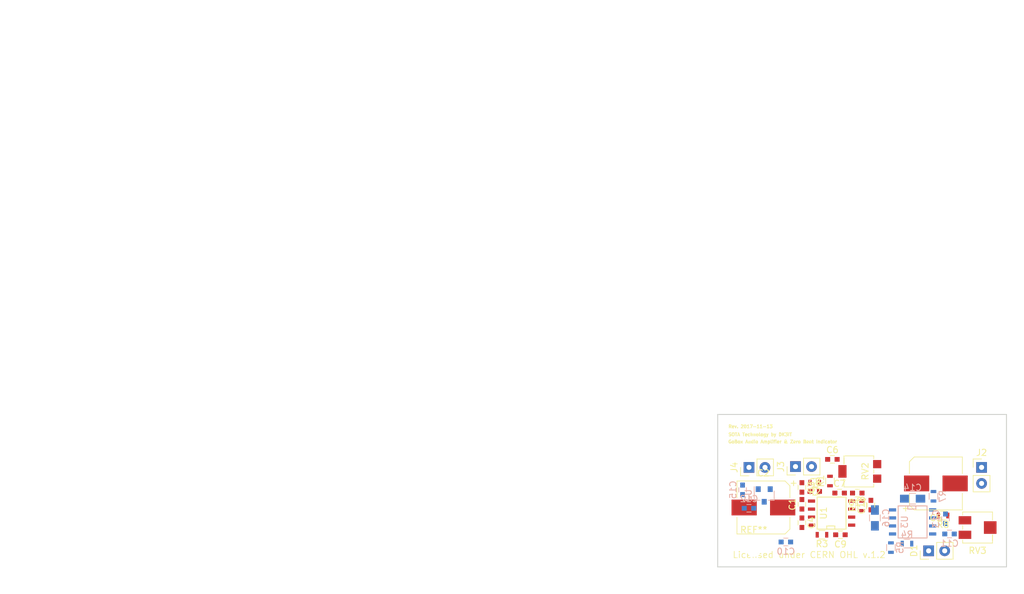
<source format=kicad_pcb>
(kicad_pcb (version 4) (host pcbnew 4.0.6)

  (general
    (links 61)
    (no_connects 61)
    (area -4.539714 -2.299 157.852239 92.082096)
    (thickness 1.6)
    (drawings 10)
    (tracks 0)
    (zones 0)
    (modules 39)
    (nets 25)
  )

  (page A4)
  (layers
    (0 F.Cu signal)
    (31 B.Cu signal)
    (32 B.Adhes user)
    (33 F.Adhes user)
    (34 B.Paste user)
    (35 F.Paste user)
    (36 B.SilkS user)
    (37 F.SilkS user)
    (38 B.Mask user)
    (39 F.Mask user)
    (40 Dwgs.User user)
    (41 Cmts.User user)
    (42 Eco1.User user)
    (43 Eco2.User user)
    (44 Edge.Cuts user)
    (45 Margin user)
    (46 B.CrtYd user)
    (47 F.CrtYd user)
    (48 B.Fab user)
    (49 F.Fab user)
  )

  (setup
    (last_trace_width 0.254)
    (user_trace_width 0.1524)
    (user_trace_width 0.254)
    (user_trace_width 0.508)
    (user_trace_width 0.762)
    (user_trace_width 1.016)
    (user_trace_width 1.27)
    (user_trace_width 1.524)
    (trace_clearance 0.254)
    (zone_clearance 0.508)
    (zone_45_only no)
    (trace_min 0.1524)
    (segment_width 0.2)
    (edge_width 0.15)
    (via_size 0.6858)
    (via_drill 0.3302)
    (via_min_size 0.6858)
    (via_min_drill 0.3302)
    (uvia_size 0.762)
    (uvia_drill 0.1)
    (uvias_allowed no)
    (uvia_min_size 0)
    (uvia_min_drill 0)
    (pcb_text_width 0.125)
    (pcb_text_size 0.5 0.5)
    (mod_edge_width 0.15)
    (mod_text_size 1 1)
    (mod_text_width 0.15)
    (pad_size 1.524 1.524)
    (pad_drill 0.762)
    (pad_to_mask_clearance 0.2)
    (aux_axis_origin 0 0)
    (visible_elements FFFEFF7F)
    (pcbplotparams
      (layerselection 0x00030_80000001)
      (usegerberextensions false)
      (excludeedgelayer true)
      (linewidth 0.100000)
      (plotframeref false)
      (viasonmask false)
      (mode 1)
      (useauxorigin false)
      (hpglpennumber 1)
      (hpglpenspeed 20)
      (hpglpendiameter 15)
      (hpglpenoverlay 2)
      (psnegative false)
      (psa4output false)
      (plotreference true)
      (plotvalue true)
      (plotinvisibletext false)
      (padsonsilk false)
      (subtractmaskfromsilk false)
      (outputformat 1)
      (mirror false)
      (drillshape 1)
      (scaleselection 1)
      (outputdirectory ""))
  )

  (net 0 "")
  (net 1 GND)
  (net 2 RIG_VCC)
  (net 3 AF_IN)
  (net 4 "Net-(C4-Pad1)")
  (net 5 "Net-(C5-Pad1)")
  (net 6 "Net-(C5-Pad2)")
  (net 7 "Net-(C7-Pad1)")
  (net 8 "Net-(C8-Pad2)")
  (net 9 "Net-(C9-Pad2)")
  (net 10 "Net-(C9-Pad1)")
  (net 11 "Net-(C11-Pad1)")
  (net 12 "Net-(C13-Pad2)")
  (net 13 "Net-(C14-Pad1)")
  (net 14 "Net-(C15-Pad1)")
  (net 15 "Net-(C16-Pad1)")
  (net 16 "Net-(C17-Pad1)")
  (net 17 "Net-(C18-Pad1)")
  (net 18 "Net-(D1-Pad1)")
  (net 19 "Net-(R3-Pad2)")
  (net 20 "Net-(R4-Pad2)")
  (net 21 "Net-(C6-Pad2)")
  (net 22 "Net-(R1-Pad2)")
  (net 23 "Net-(R8-Pad1)")
  (net 24 "Net-(RV3-Pad1)")

  (net_class Default "This is the default net class."
    (clearance 0.254)
    (trace_width 0.254)
    (via_dia 0.6858)
    (via_drill 0.3302)
    (uvia_dia 0.762)
    (uvia_drill 0.1)
    (add_net AF_IN)
    (add_net GND)
    (add_net "Net-(C11-Pad1)")
    (add_net "Net-(C13-Pad2)")
    (add_net "Net-(C14-Pad1)")
    (add_net "Net-(C15-Pad1)")
    (add_net "Net-(C16-Pad1)")
    (add_net "Net-(C17-Pad1)")
    (add_net "Net-(C18-Pad1)")
    (add_net "Net-(C4-Pad1)")
    (add_net "Net-(C5-Pad1)")
    (add_net "Net-(C5-Pad2)")
    (add_net "Net-(C6-Pad2)")
    (add_net "Net-(C7-Pad1)")
    (add_net "Net-(C8-Pad2)")
    (add_net "Net-(C9-Pad1)")
    (add_net "Net-(C9-Pad2)")
    (add_net "Net-(D1-Pad1)")
    (add_net "Net-(R1-Pad2)")
    (add_net "Net-(R3-Pad2)")
    (add_net "Net-(R4-Pad2)")
    (add_net "Net-(R8-Pad1)")
    (add_net "Net-(RV3-Pad1)")
    (add_net RIG_VCC)
  )

  (net_class 10mil ""
    (clearance 0.254)
    (trace_width 0.254)
    (via_dia 0.6858)
    (via_drill 0.3302)
    (uvia_dia 0.762)
    (uvia_drill 0.1)
  )

  (net_class 20mil-500mA ""
    (clearance 0.254)
    (trace_width 0.508)
    (via_dia 0.6858)
    (via_drill 0.3302)
    (uvia_dia 0.762)
    (uvia_drill 0.1)
  )

  (net_class 30mil-700mA ""
    (clearance 0.254)
    (trace_width 1.778)
    (via_dia 0.6858)
    (via_drill 0.3302)
    (uvia_dia 0.762)
    (uvia_drill 0.1)
  )

  (net_class 50mil-1A ""
    (clearance 0.254)
    (trace_width 1.27)
    (via_dia 0.6858)
    (via_drill 0.3302)
    (uvia_dia 0.762)
    (uvia_drill 0.1)
  )

  (net_class 6mil ""
    (clearance 0.1524)
    (trace_width 0.1524)
    (via_dia 0.6858)
    (via_drill 0.3302)
    (uvia_dia 0.762)
    (uvia_drill 0.1)
  )

  (module Capacitors_SMD:C_0603 (layer F.Cu) (tedit 59958EE7) (tstamp 5A04C219)
    (at 122.555 77.724 90)
    (descr "Capacitor SMD 0603, reflow soldering, AVX (see smccp.pdf)")
    (tags "capacitor 0603")
    (path /59DF94C6)
    (attr smd)
    (fp_text reference C1 (at 0 -1.5 90) (layer F.SilkS)
      (effects (font (size 1 1) (thickness 0.15)))
    )
    (fp_text value 100n (at 0 1.5 90) (layer F.Fab)
      (effects (font (size 1 1) (thickness 0.15)))
    )
    (fp_line (start 1.4 0.65) (end -1.4 0.65) (layer F.CrtYd) (width 0.05))
    (fp_line (start 1.4 0.65) (end 1.4 -0.65) (layer F.CrtYd) (width 0.05))
    (fp_line (start -1.4 -0.65) (end -1.4 0.65) (layer F.CrtYd) (width 0.05))
    (fp_line (start -1.4 -0.65) (end 1.4 -0.65) (layer F.CrtYd) (width 0.05))
    (fp_line (start 0.35 0.6) (end -0.35 0.6) (layer F.SilkS) (width 0.12))
    (fp_line (start -0.35 -0.6) (end 0.35 -0.6) (layer F.SilkS) (width 0.12))
    (fp_line (start -0.8 -0.4) (end 0.8 -0.4) (layer F.Fab) (width 0.1))
    (fp_line (start 0.8 -0.4) (end 0.8 0.4) (layer F.Fab) (width 0.1))
    (fp_line (start 0.8 0.4) (end -0.8 0.4) (layer F.Fab) (width 0.1))
    (fp_line (start -0.8 0.4) (end -0.8 -0.4) (layer F.Fab) (width 0.1))
    (fp_text user %R (at 0 0 90) (layer F.Fab)
      (effects (font (size 0.3 0.3) (thickness 0.075)))
    )
    (pad 2 smd rect (at 0.75 0 90) (size 0.8 0.75) (layers F.Cu F.Paste F.Mask)
      (net 1 GND))
    (pad 1 smd rect (at -0.75 0 90) (size 0.8 0.75) (layers F.Cu F.Paste F.Mask)
      (net 2 RIG_VCC))
    (model Capacitors_SMD.3dshapes/C_0603.wrl
      (at (xyz 0 0 0))
      (scale (xyz 1 1 1))
      (rotate (xyz 0 0 0))
    )
  )

  (module Capacitors_SMD:CP_Elec_8x6.7 (layer F.Cu) (tedit 58AA8BB3) (tstamp 5A04C235)
    (at 116.459 78.232 180)
    (descr "SMT capacitor, aluminium electrolytic, 8x6.7")
    (path /59DF931A)
    (attr smd)
    (fp_text reference C2 (at 0 5.45 180) (layer F.SilkS)
      (effects (font (size 1 1) (thickness 0.15)))
    )
    (fp_text value 100u/16..25V (at 0 -5.45 180) (layer F.Fab)
      (effects (font (size 1 1) (thickness 0.15)))
    )
    (fp_circle (center 0 0) (end 1 3.8) (layer F.Fab) (width 0.1))
    (fp_text user + (at -1.96 -0.08 180) (layer F.Fab)
      (effects (font (size 1 1) (thickness 0.15)))
    )
    (fp_text user + (at -4.78 3.91 180) (layer F.SilkS)
      (effects (font (size 1 1) (thickness 0.15)))
    )
    (fp_text user %R (at 0 5.45 180) (layer F.Fab)
      (effects (font (size 1 1) (thickness 0.15)))
    )
    (fp_line (start 4.19 4.19) (end 4.19 1.56) (layer F.SilkS) (width 0.12))
    (fp_line (start 4.19 -4.19) (end 4.19 -1.56) (layer F.SilkS) (width 0.12))
    (fp_line (start -4.19 -3.43) (end -4.19 -1.56) (layer F.SilkS) (width 0.12))
    (fp_line (start -4.19 3.43) (end -4.19 1.56) (layer F.SilkS) (width 0.12))
    (fp_line (start 4.04 4.04) (end 4.04 -4.04) (layer F.Fab) (width 0.1))
    (fp_line (start -3.37 4.04) (end 4.04 4.04) (layer F.Fab) (width 0.1))
    (fp_line (start -4.04 3.37) (end -3.37 4.04) (layer F.Fab) (width 0.1))
    (fp_line (start -4.04 -3.37) (end -4.04 3.37) (layer F.Fab) (width 0.1))
    (fp_line (start -3.37 -4.04) (end -4.04 -3.37) (layer F.Fab) (width 0.1))
    (fp_line (start 4.04 -4.04) (end -3.37 -4.04) (layer F.Fab) (width 0.1))
    (fp_line (start 4.19 4.19) (end -3.43 4.19) (layer F.SilkS) (width 0.12))
    (fp_line (start -3.43 4.19) (end -4.19 3.43) (layer F.SilkS) (width 0.12))
    (fp_line (start -4.19 -3.43) (end -3.43 -4.19) (layer F.SilkS) (width 0.12))
    (fp_line (start -3.43 -4.19) (end 4.19 -4.19) (layer F.SilkS) (width 0.12))
    (fp_line (start -5.3 -4.29) (end 5.3 -4.29) (layer F.CrtYd) (width 0.05))
    (fp_line (start -5.3 -4.29) (end -5.3 4.29) (layer F.CrtYd) (width 0.05))
    (fp_line (start 5.3 4.29) (end 5.3 -4.29) (layer F.CrtYd) (width 0.05))
    (fp_line (start 5.3 4.29) (end -5.3 4.29) (layer F.CrtYd) (width 0.05))
    (pad 1 smd rect (at -3.05 0) (size 4 2.5) (layers F.Cu F.Paste F.Mask)
      (net 2 RIG_VCC))
    (pad 2 smd rect (at 3.05 0) (size 4 2.5) (layers F.Cu F.Paste F.Mask)
      (net 1 GND))
    (model Capacitors_SMD.3dshapes/CP_Elec_8x6.7.wrl
      (at (xyz 0 0 0))
      (scale (xyz 1 1 1))
      (rotate (xyz 0 0 180))
    )
  )

  (module Capacitors_SMD:C_0603 (layer F.Cu) (tedit 59958EE7) (tstamp 5A04C246)
    (at 122.555 75.057 270)
    (descr "Capacitor SMD 0603, reflow soldering, AVX (see smccp.pdf)")
    (tags "capacitor 0603")
    (path /59F617F6)
    (attr smd)
    (fp_text reference C3 (at 0 -1.5 270) (layer F.SilkS)
      (effects (font (size 1 1) (thickness 0.15)))
    )
    (fp_text value 10n (at 0 1.5 270) (layer F.Fab)
      (effects (font (size 1 1) (thickness 0.15)))
    )
    (fp_line (start 1.4 0.65) (end -1.4 0.65) (layer F.CrtYd) (width 0.05))
    (fp_line (start 1.4 0.65) (end 1.4 -0.65) (layer F.CrtYd) (width 0.05))
    (fp_line (start -1.4 -0.65) (end -1.4 0.65) (layer F.CrtYd) (width 0.05))
    (fp_line (start -1.4 -0.65) (end 1.4 -0.65) (layer F.CrtYd) (width 0.05))
    (fp_line (start 0.35 0.6) (end -0.35 0.6) (layer F.SilkS) (width 0.12))
    (fp_line (start -0.35 -0.6) (end 0.35 -0.6) (layer F.SilkS) (width 0.12))
    (fp_line (start -0.8 -0.4) (end 0.8 -0.4) (layer F.Fab) (width 0.1))
    (fp_line (start 0.8 -0.4) (end 0.8 0.4) (layer F.Fab) (width 0.1))
    (fp_line (start 0.8 0.4) (end -0.8 0.4) (layer F.Fab) (width 0.1))
    (fp_line (start -0.8 0.4) (end -0.8 -0.4) (layer F.Fab) (width 0.1))
    (fp_text user %R (at 0 0 270) (layer F.Fab)
      (effects (font (size 0.3 0.3) (thickness 0.075)))
    )
    (pad 2 smd rect (at 0.75 0 270) (size 0.8 0.75) (layers F.Cu F.Paste F.Mask)
      (net 1 GND))
    (pad 1 smd rect (at -0.75 0 270) (size 0.8 0.75) (layers F.Cu F.Paste F.Mask)
      (net 3 AF_IN))
    (model Capacitors_SMD.3dshapes/C_0603.wrl
      (at (xyz 0 0 0))
      (scale (xyz 1 1 1))
      (rotate (xyz 0 0 0))
    )
  )

  (module Capacitors_SMD:C_0603 (layer F.Cu) (tedit 59958EE7) (tstamp 5A04C257)
    (at 122.555 80.645 270)
    (descr "Capacitor SMD 0603, reflow soldering, AVX (see smccp.pdf)")
    (tags "capacitor 0603")
    (path /59DF8339)
    (attr smd)
    (fp_text reference C4 (at 0 -1.5 270) (layer F.SilkS)
      (effects (font (size 1 1) (thickness 0.15)))
    )
    (fp_text value 10u/16V (at 0 1.5 270) (layer F.Fab)
      (effects (font (size 1 1) (thickness 0.15)))
    )
    (fp_line (start 1.4 0.65) (end -1.4 0.65) (layer F.CrtYd) (width 0.05))
    (fp_line (start 1.4 0.65) (end 1.4 -0.65) (layer F.CrtYd) (width 0.05))
    (fp_line (start -1.4 -0.65) (end -1.4 0.65) (layer F.CrtYd) (width 0.05))
    (fp_line (start -1.4 -0.65) (end 1.4 -0.65) (layer F.CrtYd) (width 0.05))
    (fp_line (start 0.35 0.6) (end -0.35 0.6) (layer F.SilkS) (width 0.12))
    (fp_line (start -0.35 -0.6) (end 0.35 -0.6) (layer F.SilkS) (width 0.12))
    (fp_line (start -0.8 -0.4) (end 0.8 -0.4) (layer F.Fab) (width 0.1))
    (fp_line (start 0.8 -0.4) (end 0.8 0.4) (layer F.Fab) (width 0.1))
    (fp_line (start 0.8 0.4) (end -0.8 0.4) (layer F.Fab) (width 0.1))
    (fp_line (start -0.8 0.4) (end -0.8 -0.4) (layer F.Fab) (width 0.1))
    (fp_text user %R (at 0 0 270) (layer F.Fab)
      (effects (font (size 0.3 0.3) (thickness 0.075)))
    )
    (pad 2 smd rect (at 0.75 0 270) (size 0.8 0.75) (layers F.Cu F.Paste F.Mask)
      (net 1 GND))
    (pad 1 smd rect (at -0.75 0 270) (size 0.8 0.75) (layers F.Cu F.Paste F.Mask)
      (net 4 "Net-(C4-Pad1)"))
    (model Capacitors_SMD.3dshapes/C_0603.wrl
      (at (xyz 0 0 0))
      (scale (xyz 1 1 1))
      (rotate (xyz 0 0 0))
    )
  )

  (module Capacitors_SMD:CP_Elec_8x6.7 (layer F.Cu) (tedit 58AA8BB3) (tstamp 5A04C273)
    (at 143.764 74.422)
    (descr "SMT capacitor, aluminium electrolytic, 8x6.7")
    (path /5A04A7A7)
    (attr smd)
    (fp_text reference C5 (at 0 5.45) (layer F.SilkS)
      (effects (font (size 1 1) (thickness 0.15)))
    )
    (fp_text value 100u/16..25V (at 0 -5.45) (layer F.Fab)
      (effects (font (size 1 1) (thickness 0.15)))
    )
    (fp_circle (center 0 0) (end 1 3.8) (layer F.Fab) (width 0.1))
    (fp_text user + (at -1.96 -0.08) (layer F.Fab)
      (effects (font (size 1 1) (thickness 0.15)))
    )
    (fp_text user + (at -4.78 3.91) (layer F.SilkS)
      (effects (font (size 1 1) (thickness 0.15)))
    )
    (fp_text user %R (at 0 5.45) (layer F.Fab)
      (effects (font (size 1 1) (thickness 0.15)))
    )
    (fp_line (start 4.19 4.19) (end 4.19 1.56) (layer F.SilkS) (width 0.12))
    (fp_line (start 4.19 -4.19) (end 4.19 -1.56) (layer F.SilkS) (width 0.12))
    (fp_line (start -4.19 -3.43) (end -4.19 -1.56) (layer F.SilkS) (width 0.12))
    (fp_line (start -4.19 3.43) (end -4.19 1.56) (layer F.SilkS) (width 0.12))
    (fp_line (start 4.04 4.04) (end 4.04 -4.04) (layer F.Fab) (width 0.1))
    (fp_line (start -3.37 4.04) (end 4.04 4.04) (layer F.Fab) (width 0.1))
    (fp_line (start -4.04 3.37) (end -3.37 4.04) (layer F.Fab) (width 0.1))
    (fp_line (start -4.04 -3.37) (end -4.04 3.37) (layer F.Fab) (width 0.1))
    (fp_line (start -3.37 -4.04) (end -4.04 -3.37) (layer F.Fab) (width 0.1))
    (fp_line (start 4.04 -4.04) (end -3.37 -4.04) (layer F.Fab) (width 0.1))
    (fp_line (start 4.19 4.19) (end -3.43 4.19) (layer F.SilkS) (width 0.12))
    (fp_line (start -3.43 4.19) (end -4.19 3.43) (layer F.SilkS) (width 0.12))
    (fp_line (start -4.19 -3.43) (end -3.43 -4.19) (layer F.SilkS) (width 0.12))
    (fp_line (start -3.43 -4.19) (end 4.19 -4.19) (layer F.SilkS) (width 0.12))
    (fp_line (start -5.3 -4.29) (end 5.3 -4.29) (layer F.CrtYd) (width 0.05))
    (fp_line (start -5.3 -4.29) (end -5.3 4.29) (layer F.CrtYd) (width 0.05))
    (fp_line (start 5.3 4.29) (end 5.3 -4.29) (layer F.CrtYd) (width 0.05))
    (fp_line (start 5.3 4.29) (end -5.3 4.29) (layer F.CrtYd) (width 0.05))
    (pad 1 smd rect (at -3.05 0 180) (size 4 2.5) (layers F.Cu F.Paste F.Mask)
      (net 5 "Net-(C5-Pad1)"))
    (pad 2 smd rect (at 3.05 0 180) (size 4 2.5) (layers F.Cu F.Paste F.Mask)
      (net 6 "Net-(C5-Pad2)"))
    (model Capacitors_SMD.3dshapes/CP_Elec_8x6.7.wrl
      (at (xyz 0 0 0))
      (scale (xyz 1 1 1))
      (rotate (xyz 0 0 180))
    )
  )

  (module Capacitors_SMD:C_0603 (layer F.Cu) (tedit 59958EE7) (tstamp 5A04C284)
    (at 127.381 70.612)
    (descr "Capacitor SMD 0603, reflow soldering, AVX (see smccp.pdf)")
    (tags "capacitor 0603")
    (path /5A00A5DF)
    (attr smd)
    (fp_text reference C6 (at 0 -1.5) (layer F.SilkS)
      (effects (font (size 1 1) (thickness 0.15)))
    )
    (fp_text value 470n (at 0 1.5) (layer F.Fab)
      (effects (font (size 1 1) (thickness 0.15)))
    )
    (fp_line (start 1.4 0.65) (end -1.4 0.65) (layer F.CrtYd) (width 0.05))
    (fp_line (start 1.4 0.65) (end 1.4 -0.65) (layer F.CrtYd) (width 0.05))
    (fp_line (start -1.4 -0.65) (end -1.4 0.65) (layer F.CrtYd) (width 0.05))
    (fp_line (start -1.4 -0.65) (end 1.4 -0.65) (layer F.CrtYd) (width 0.05))
    (fp_line (start 0.35 0.6) (end -0.35 0.6) (layer F.SilkS) (width 0.12))
    (fp_line (start -0.35 -0.6) (end 0.35 -0.6) (layer F.SilkS) (width 0.12))
    (fp_line (start -0.8 -0.4) (end 0.8 -0.4) (layer F.Fab) (width 0.1))
    (fp_line (start 0.8 -0.4) (end 0.8 0.4) (layer F.Fab) (width 0.1))
    (fp_line (start 0.8 0.4) (end -0.8 0.4) (layer F.Fab) (width 0.1))
    (fp_line (start -0.8 0.4) (end -0.8 -0.4) (layer F.Fab) (width 0.1))
    (fp_text user %R (at 0 0) (layer F.Fab)
      (effects (font (size 0.3 0.3) (thickness 0.075)))
    )
    (pad 2 smd rect (at 0.75 0) (size 0.8 0.75) (layers F.Cu F.Paste F.Mask)
      (net 21 "Net-(C6-Pad2)"))
    (pad 1 smd rect (at -0.75 0) (size 0.8 0.75) (layers F.Cu F.Paste F.Mask)
      (net 3 AF_IN))
    (model Capacitors_SMD.3dshapes/C_0603.wrl
      (at (xyz 0 0 0))
      (scale (xyz 1 1 1))
      (rotate (xyz 0 0 0))
    )
  )

  (module Capacitors_SMD:C_0603 (layer F.Cu) (tedit 59958EE7) (tstamp 5A04C295)
    (at 128.524 75.946)
    (descr "Capacitor SMD 0603, reflow soldering, AVX (see smccp.pdf)")
    (tags "capacitor 0603")
    (path /59EF3B07)
    (attr smd)
    (fp_text reference C7 (at 0 -1.5) (layer F.SilkS)
      (effects (font (size 1 1) (thickness 0.15)))
    )
    (fp_text value 1n (at 0 1.5) (layer F.Fab)
      (effects (font (size 1 1) (thickness 0.15)))
    )
    (fp_line (start 1.4 0.65) (end -1.4 0.65) (layer F.CrtYd) (width 0.05))
    (fp_line (start 1.4 0.65) (end 1.4 -0.65) (layer F.CrtYd) (width 0.05))
    (fp_line (start -1.4 -0.65) (end -1.4 0.65) (layer F.CrtYd) (width 0.05))
    (fp_line (start -1.4 -0.65) (end 1.4 -0.65) (layer F.CrtYd) (width 0.05))
    (fp_line (start 0.35 0.6) (end -0.35 0.6) (layer F.SilkS) (width 0.12))
    (fp_line (start -0.35 -0.6) (end 0.35 -0.6) (layer F.SilkS) (width 0.12))
    (fp_line (start -0.8 -0.4) (end 0.8 -0.4) (layer F.Fab) (width 0.1))
    (fp_line (start 0.8 -0.4) (end 0.8 0.4) (layer F.Fab) (width 0.1))
    (fp_line (start 0.8 0.4) (end -0.8 0.4) (layer F.Fab) (width 0.1))
    (fp_line (start -0.8 0.4) (end -0.8 -0.4) (layer F.Fab) (width 0.1))
    (fp_text user %R (at 0 0) (layer F.Fab)
      (effects (font (size 0.3 0.3) (thickness 0.075)))
    )
    (pad 2 smd rect (at 0.75 0) (size 0.8 0.75) (layers F.Cu F.Paste F.Mask)
      (net 1 GND))
    (pad 1 smd rect (at -0.75 0) (size 0.8 0.75) (layers F.Cu F.Paste F.Mask)
      (net 7 "Net-(C7-Pad1)"))
    (model Capacitors_SMD.3dshapes/C_0603.wrl
      (at (xyz 0 0 0))
      (scale (xyz 1 1 1))
      (rotate (xyz 0 0 0))
    )
  )

  (module Capacitors_SMD:C_0603 (layer F.Cu) (tedit 59958EE7) (tstamp 5A04C2A6)
    (at 124.587 75.692)
    (descr "Capacitor SMD 0603, reflow soldering, AVX (see smccp.pdf)")
    (tags "capacitor 0603")
    (path /5A04B35B)
    (attr smd)
    (fp_text reference C8 (at 0 -1.5) (layer F.SilkS)
      (effects (font (size 1 1) (thickness 0.15)))
    )
    (fp_text value 100n (at 0 1.5) (layer F.Fab)
      (effects (font (size 1 1) (thickness 0.15)))
    )
    (fp_line (start 1.4 0.65) (end -1.4 0.65) (layer F.CrtYd) (width 0.05))
    (fp_line (start 1.4 0.65) (end 1.4 -0.65) (layer F.CrtYd) (width 0.05))
    (fp_line (start -1.4 -0.65) (end -1.4 0.65) (layer F.CrtYd) (width 0.05))
    (fp_line (start -1.4 -0.65) (end 1.4 -0.65) (layer F.CrtYd) (width 0.05))
    (fp_line (start 0.35 0.6) (end -0.35 0.6) (layer F.SilkS) (width 0.12))
    (fp_line (start -0.35 -0.6) (end 0.35 -0.6) (layer F.SilkS) (width 0.12))
    (fp_line (start -0.8 -0.4) (end 0.8 -0.4) (layer F.Fab) (width 0.1))
    (fp_line (start 0.8 -0.4) (end 0.8 0.4) (layer F.Fab) (width 0.1))
    (fp_line (start 0.8 0.4) (end -0.8 0.4) (layer F.Fab) (width 0.1))
    (fp_line (start -0.8 0.4) (end -0.8 -0.4) (layer F.Fab) (width 0.1))
    (fp_text user %R (at 0 0) (layer F.Fab)
      (effects (font (size 0.3 0.3) (thickness 0.075)))
    )
    (pad 2 smd rect (at 0.75 0) (size 0.8 0.75) (layers F.Cu F.Paste F.Mask)
      (net 8 "Net-(C8-Pad2)"))
    (pad 1 smd rect (at -0.75 0) (size 0.8 0.75) (layers F.Cu F.Paste F.Mask)
      (net 5 "Net-(C5-Pad1)"))
    (model Capacitors_SMD.3dshapes/C_0603.wrl
      (at (xyz 0 0 0))
      (scale (xyz 1 1 1))
      (rotate (xyz 0 0 0))
    )
  )

  (module Capacitors_SMD:C_0603 (layer F.Cu) (tedit 59958EE7) (tstamp 5A04C2B7)
    (at 128.651 82.55 180)
    (descr "Capacitor SMD 0603, reflow soldering, AVX (see smccp.pdf)")
    (tags "capacitor 0603")
    (path /5A04BDBC)
    (attr smd)
    (fp_text reference C9 (at 0 -1.5 180) (layer F.SilkS)
      (effects (font (size 1 1) (thickness 0.15)))
    )
    (fp_text value 10u/16V (at 0 1.5 180) (layer F.Fab)
      (effects (font (size 1 1) (thickness 0.15)))
    )
    (fp_line (start 1.4 0.65) (end -1.4 0.65) (layer F.CrtYd) (width 0.05))
    (fp_line (start 1.4 0.65) (end 1.4 -0.65) (layer F.CrtYd) (width 0.05))
    (fp_line (start -1.4 -0.65) (end -1.4 0.65) (layer F.CrtYd) (width 0.05))
    (fp_line (start -1.4 -0.65) (end 1.4 -0.65) (layer F.CrtYd) (width 0.05))
    (fp_line (start 0.35 0.6) (end -0.35 0.6) (layer F.SilkS) (width 0.12))
    (fp_line (start -0.35 -0.6) (end 0.35 -0.6) (layer F.SilkS) (width 0.12))
    (fp_line (start -0.8 -0.4) (end 0.8 -0.4) (layer F.Fab) (width 0.1))
    (fp_line (start 0.8 -0.4) (end 0.8 0.4) (layer F.Fab) (width 0.1))
    (fp_line (start 0.8 0.4) (end -0.8 0.4) (layer F.Fab) (width 0.1))
    (fp_line (start -0.8 0.4) (end -0.8 -0.4) (layer F.Fab) (width 0.1))
    (fp_text user %R (at 0 0 180) (layer F.Fab)
      (effects (font (size 0.3 0.3) (thickness 0.075)))
    )
    (pad 2 smd rect (at 0.75 0 180) (size 0.8 0.75) (layers F.Cu F.Paste F.Mask)
      (net 9 "Net-(C9-Pad2)"))
    (pad 1 smd rect (at -0.75 0 180) (size 0.8 0.75) (layers F.Cu F.Paste F.Mask)
      (net 10 "Net-(C9-Pad1)"))
    (model Capacitors_SMD.3dshapes/C_0603.wrl
      (at (xyz 0 0 0))
      (scale (xyz 1 1 1))
      (rotate (xyz 0 0 0))
    )
  )

  (module Capacitors_SMD:C_0603 (layer B.Cu) (tedit 59958EE7) (tstamp 5A04C2C8)
    (at 120.015 83.693)
    (descr "Capacitor SMD 0603, reflow soldering, AVX (see smccp.pdf)")
    (tags "capacitor 0603")
    (path /59DF99E8)
    (attr smd)
    (fp_text reference C10 (at 0 1.5) (layer B.SilkS)
      (effects (font (size 1 1) (thickness 0.15)) (justify mirror))
    )
    (fp_text value 2.2u (at 0 -1.5) (layer B.Fab)
      (effects (font (size 1 1) (thickness 0.15)) (justify mirror))
    )
    (fp_line (start 1.4 -0.65) (end -1.4 -0.65) (layer B.CrtYd) (width 0.05))
    (fp_line (start 1.4 -0.65) (end 1.4 0.65) (layer B.CrtYd) (width 0.05))
    (fp_line (start -1.4 0.65) (end -1.4 -0.65) (layer B.CrtYd) (width 0.05))
    (fp_line (start -1.4 0.65) (end 1.4 0.65) (layer B.CrtYd) (width 0.05))
    (fp_line (start 0.35 -0.6) (end -0.35 -0.6) (layer B.SilkS) (width 0.12))
    (fp_line (start -0.35 0.6) (end 0.35 0.6) (layer B.SilkS) (width 0.12))
    (fp_line (start -0.8 0.4) (end 0.8 0.4) (layer B.Fab) (width 0.1))
    (fp_line (start 0.8 0.4) (end 0.8 -0.4) (layer B.Fab) (width 0.1))
    (fp_line (start 0.8 -0.4) (end -0.8 -0.4) (layer B.Fab) (width 0.1))
    (fp_line (start -0.8 -0.4) (end -0.8 0.4) (layer B.Fab) (width 0.1))
    (fp_text user %R (at 0 0) (layer B.Fab)
      (effects (font (size 0.3 0.3) (thickness 0.075)) (justify mirror))
    )
    (pad 2 smd rect (at 0.75 0) (size 0.8 0.75) (layers B.Cu B.Paste B.Mask)
      (net 1 GND))
    (pad 1 smd rect (at -0.75 0) (size 0.8 0.75) (layers B.Cu B.Paste B.Mask)
      (net 2 RIG_VCC))
    (model Capacitors_SMD.3dshapes/C_0603.wrl
      (at (xyz 0 0 0))
      (scale (xyz 1 1 1))
      (rotate (xyz 0 0 0))
    )
  )

  (module Capacitors_SMD:C_0603 (layer B.Cu) (tedit 59958EE7) (tstamp 5A04C2D9)
    (at 145.923 82.423)
    (descr "Capacitor SMD 0603, reflow soldering, AVX (see smccp.pdf)")
    (tags "capacitor 0603")
    (path /5A04F26B)
    (attr smd)
    (fp_text reference C11 (at 0 1.5) (layer B.SilkS)
      (effects (font (size 1 1) (thickness 0.15)) (justify mirror))
    )
    (fp_text value 2.2u (at 0 -1.5) (layer B.Fab)
      (effects (font (size 1 1) (thickness 0.15)) (justify mirror))
    )
    (fp_line (start 1.4 -0.65) (end -1.4 -0.65) (layer B.CrtYd) (width 0.05))
    (fp_line (start 1.4 -0.65) (end 1.4 0.65) (layer B.CrtYd) (width 0.05))
    (fp_line (start -1.4 0.65) (end -1.4 -0.65) (layer B.CrtYd) (width 0.05))
    (fp_line (start -1.4 0.65) (end 1.4 0.65) (layer B.CrtYd) (width 0.05))
    (fp_line (start 0.35 -0.6) (end -0.35 -0.6) (layer B.SilkS) (width 0.12))
    (fp_line (start -0.35 0.6) (end 0.35 0.6) (layer B.SilkS) (width 0.12))
    (fp_line (start -0.8 0.4) (end 0.8 0.4) (layer B.Fab) (width 0.1))
    (fp_line (start 0.8 0.4) (end 0.8 -0.4) (layer B.Fab) (width 0.1))
    (fp_line (start 0.8 -0.4) (end -0.8 -0.4) (layer B.Fab) (width 0.1))
    (fp_line (start -0.8 -0.4) (end -0.8 0.4) (layer B.Fab) (width 0.1))
    (fp_text user %R (at 0 0) (layer B.Fab)
      (effects (font (size 0.3 0.3) (thickness 0.075)) (justify mirror))
    )
    (pad 2 smd rect (at 0.75 0) (size 0.8 0.75) (layers B.Cu B.Paste B.Mask)
      (net 1 GND))
    (pad 1 smd rect (at -0.75 0) (size 0.8 0.75) (layers B.Cu B.Paste B.Mask)
      (net 11 "Net-(C11-Pad1)"))
    (model Capacitors_SMD.3dshapes/C_0603.wrl
      (at (xyz 0 0 0))
      (scale (xyz 1 1 1))
      (rotate (xyz 0 0 0))
    )
  )

  (module Capacitors_SMD:C_0603 (layer B.Cu) (tedit 59958EE7) (tstamp 5A04C2EA)
    (at 114.173 78.359 180)
    (descr "Capacitor SMD 0603, reflow soldering, AVX (see smccp.pdf)")
    (tags "capacitor 0603")
    (path /5A04E1F0)
    (attr smd)
    (fp_text reference C12 (at 0 1.5 180) (layer B.SilkS)
      (effects (font (size 1 1) (thickness 0.15)) (justify mirror))
    )
    (fp_text value 10u/16V (at 0 -1.5 180) (layer B.Fab)
      (effects (font (size 1 1) (thickness 0.15)) (justify mirror))
    )
    (fp_line (start 1.4 -0.65) (end -1.4 -0.65) (layer B.CrtYd) (width 0.05))
    (fp_line (start 1.4 -0.65) (end 1.4 0.65) (layer B.CrtYd) (width 0.05))
    (fp_line (start -1.4 0.65) (end -1.4 -0.65) (layer B.CrtYd) (width 0.05))
    (fp_line (start -1.4 0.65) (end 1.4 0.65) (layer B.CrtYd) (width 0.05))
    (fp_line (start 0.35 -0.6) (end -0.35 -0.6) (layer B.SilkS) (width 0.12))
    (fp_line (start -0.35 0.6) (end 0.35 0.6) (layer B.SilkS) (width 0.12))
    (fp_line (start -0.8 0.4) (end 0.8 0.4) (layer B.Fab) (width 0.1))
    (fp_line (start 0.8 0.4) (end 0.8 -0.4) (layer B.Fab) (width 0.1))
    (fp_line (start 0.8 -0.4) (end -0.8 -0.4) (layer B.Fab) (width 0.1))
    (fp_line (start -0.8 -0.4) (end -0.8 0.4) (layer B.Fab) (width 0.1))
    (fp_text user %R (at 0 0 180) (layer B.Fab)
      (effects (font (size 0.3 0.3) (thickness 0.075)) (justify mirror))
    )
    (pad 2 smd rect (at 0.75 0 180) (size 0.8 0.75) (layers B.Cu B.Paste B.Mask)
      (net 1 GND))
    (pad 1 smd rect (at -0.75 0 180) (size 0.8 0.75) (layers B.Cu B.Paste B.Mask)
      (net 11 "Net-(C11-Pad1)"))
    (model Capacitors_SMD.3dshapes/C_0603.wrl
      (at (xyz 0 0 0))
      (scale (xyz 1 1 1))
      (rotate (xyz 0 0 0))
    )
  )

  (module Capacitors_SMD:C_0603 (layer B.Cu) (tedit 59958EE7) (tstamp 5A04C2FB)
    (at 145.288 80.01 270)
    (descr "Capacitor SMD 0603, reflow soldering, AVX (see smccp.pdf)")
    (tags "capacitor 0603")
    (path /5A04E5BE)
    (attr smd)
    (fp_text reference C13 (at 0 1.5 270) (layer B.SilkS)
      (effects (font (size 1 1) (thickness 0.15)) (justify mirror))
    )
    (fp_text value 100n (at 0 -1.5 270) (layer B.Fab)
      (effects (font (size 1 1) (thickness 0.15)) (justify mirror))
    )
    (fp_line (start 1.4 -0.65) (end -1.4 -0.65) (layer B.CrtYd) (width 0.05))
    (fp_line (start 1.4 -0.65) (end 1.4 0.65) (layer B.CrtYd) (width 0.05))
    (fp_line (start -1.4 0.65) (end -1.4 -0.65) (layer B.CrtYd) (width 0.05))
    (fp_line (start -1.4 0.65) (end 1.4 0.65) (layer B.CrtYd) (width 0.05))
    (fp_line (start 0.35 -0.6) (end -0.35 -0.6) (layer B.SilkS) (width 0.12))
    (fp_line (start -0.35 0.6) (end 0.35 0.6) (layer B.SilkS) (width 0.12))
    (fp_line (start -0.8 0.4) (end 0.8 0.4) (layer B.Fab) (width 0.1))
    (fp_line (start 0.8 0.4) (end 0.8 -0.4) (layer B.Fab) (width 0.1))
    (fp_line (start 0.8 -0.4) (end -0.8 -0.4) (layer B.Fab) (width 0.1))
    (fp_line (start -0.8 -0.4) (end -0.8 0.4) (layer B.Fab) (width 0.1))
    (fp_text user %R (at 0 0 270) (layer B.Fab)
      (effects (font (size 0.3 0.3) (thickness 0.075)) (justify mirror))
    )
    (pad 2 smd rect (at 0.75 0 270) (size 0.8 0.75) (layers B.Cu B.Paste B.Mask)
      (net 12 "Net-(C13-Pad2)"))
    (pad 1 smd rect (at -0.75 0 270) (size 0.8 0.75) (layers B.Cu B.Paste B.Mask)
      (net 3 AF_IN))
    (model Capacitors_SMD.3dshapes/C_0603.wrl
      (at (xyz 0 0 0))
      (scale (xyz 1 1 1))
      (rotate (xyz 0 0 0))
    )
  )

  (module Capacitors_SMD:C_0805_HandSoldering (layer B.Cu) (tedit 58AA84A8) (tstamp 5A04C30C)
    (at 140.081 76.835 180)
    (descr "Capacitor SMD 0805, hand soldering")
    (tags "capacitor 0805")
    (path /59DF830C)
    (attr smd)
    (fp_text reference C14 (at 0 1.75 180) (layer B.SilkS)
      (effects (font (size 1 1) (thickness 0.15)) (justify mirror))
    )
    (fp_text value "1u X7R" (at 0 -1.75 180) (layer B.Fab)
      (effects (font (size 1 1) (thickness 0.15)) (justify mirror))
    )
    (fp_text user %R (at 0 1.75 180) (layer B.Fab)
      (effects (font (size 1 1) (thickness 0.15)) (justify mirror))
    )
    (fp_line (start -1 -0.62) (end -1 0.62) (layer B.Fab) (width 0.1))
    (fp_line (start 1 -0.62) (end -1 -0.62) (layer B.Fab) (width 0.1))
    (fp_line (start 1 0.62) (end 1 -0.62) (layer B.Fab) (width 0.1))
    (fp_line (start -1 0.62) (end 1 0.62) (layer B.Fab) (width 0.1))
    (fp_line (start 0.5 0.85) (end -0.5 0.85) (layer B.SilkS) (width 0.12))
    (fp_line (start -0.5 -0.85) (end 0.5 -0.85) (layer B.SilkS) (width 0.12))
    (fp_line (start -2.25 0.88) (end 2.25 0.88) (layer B.CrtYd) (width 0.05))
    (fp_line (start -2.25 0.88) (end -2.25 -0.87) (layer B.CrtYd) (width 0.05))
    (fp_line (start 2.25 -0.87) (end 2.25 0.88) (layer B.CrtYd) (width 0.05))
    (fp_line (start 2.25 -0.87) (end -2.25 -0.87) (layer B.CrtYd) (width 0.05))
    (pad 1 smd rect (at -1.25 0 180) (size 1.5 1.25) (layers B.Cu B.Paste B.Mask)
      (net 13 "Net-(C14-Pad1)"))
    (pad 2 smd rect (at 1.25 0 180) (size 1.5 1.25) (layers B.Cu B.Paste B.Mask)
      (net 1 GND))
    (model Capacitors_SMD.3dshapes/C_0805.wrl
      (at (xyz 0 0 0))
      (scale (xyz 1 1 1))
      (rotate (xyz 0 0 0))
    )
  )

  (module Capacitors_SMD:C_0603 (layer B.Cu) (tedit 59958EE7) (tstamp 5A04C31D)
    (at 113.157 75.438 270)
    (descr "Capacitor SMD 0603, reflow soldering, AVX (see smccp.pdf)")
    (tags "capacitor 0603")
    (path /5A050019)
    (attr smd)
    (fp_text reference C15 (at 0 1.5 270) (layer B.SilkS)
      (effects (font (size 1 1) (thickness 0.15)) (justify mirror))
    )
    (fp_text value 2.2u (at 0 -1.5 270) (layer B.Fab)
      (effects (font (size 1 1) (thickness 0.15)) (justify mirror))
    )
    (fp_line (start 1.4 -0.65) (end -1.4 -0.65) (layer B.CrtYd) (width 0.05))
    (fp_line (start 1.4 -0.65) (end 1.4 0.65) (layer B.CrtYd) (width 0.05))
    (fp_line (start -1.4 0.65) (end -1.4 -0.65) (layer B.CrtYd) (width 0.05))
    (fp_line (start -1.4 0.65) (end 1.4 0.65) (layer B.CrtYd) (width 0.05))
    (fp_line (start 0.35 -0.6) (end -0.35 -0.6) (layer B.SilkS) (width 0.12))
    (fp_line (start -0.35 0.6) (end 0.35 0.6) (layer B.SilkS) (width 0.12))
    (fp_line (start -0.8 0.4) (end 0.8 0.4) (layer B.Fab) (width 0.1))
    (fp_line (start 0.8 0.4) (end 0.8 -0.4) (layer B.Fab) (width 0.1))
    (fp_line (start 0.8 -0.4) (end -0.8 -0.4) (layer B.Fab) (width 0.1))
    (fp_line (start -0.8 -0.4) (end -0.8 0.4) (layer B.Fab) (width 0.1))
    (fp_text user %R (at 0 0 270) (layer B.Fab)
      (effects (font (size 0.3 0.3) (thickness 0.075)) (justify mirror))
    )
    (pad 2 smd rect (at 0.75 0 270) (size 0.8 0.75) (layers B.Cu B.Paste B.Mask)
      (net 1 GND))
    (pad 1 smd rect (at -0.75 0 270) (size 0.8 0.75) (layers B.Cu B.Paste B.Mask)
      (net 14 "Net-(C15-Pad1)"))
    (model Capacitors_SMD.3dshapes/C_0603.wrl
      (at (xyz 0 0 0))
      (scale (xyz 1 1 1))
      (rotate (xyz 0 0 0))
    )
  )

  (module Capacitors_SMD:C_0805_HandSoldering (layer B.Cu) (tedit 58AA84A8) (tstamp 5A04C32E)
    (at 134.112 79.883 90)
    (descr "Capacitor SMD 0805, hand soldering")
    (tags "capacitor 0805")
    (path /59DF830F)
    (attr smd)
    (fp_text reference C16 (at 0 1.75 90) (layer B.SilkS)
      (effects (font (size 1 1) (thickness 0.15)) (justify mirror))
    )
    (fp_text value "47n U2J" (at 0 -1.75 90) (layer B.Fab)
      (effects (font (size 1 1) (thickness 0.15)) (justify mirror))
    )
    (fp_text user %R (at 0 1.75 90) (layer B.Fab)
      (effects (font (size 1 1) (thickness 0.15)) (justify mirror))
    )
    (fp_line (start -1 -0.62) (end -1 0.62) (layer B.Fab) (width 0.1))
    (fp_line (start 1 -0.62) (end -1 -0.62) (layer B.Fab) (width 0.1))
    (fp_line (start 1 0.62) (end 1 -0.62) (layer B.Fab) (width 0.1))
    (fp_line (start -1 0.62) (end 1 0.62) (layer B.Fab) (width 0.1))
    (fp_line (start 0.5 0.85) (end -0.5 0.85) (layer B.SilkS) (width 0.12))
    (fp_line (start -0.5 -0.85) (end 0.5 -0.85) (layer B.SilkS) (width 0.12))
    (fp_line (start -2.25 0.88) (end 2.25 0.88) (layer B.CrtYd) (width 0.05))
    (fp_line (start -2.25 0.88) (end -2.25 -0.87) (layer B.CrtYd) (width 0.05))
    (fp_line (start 2.25 -0.87) (end 2.25 0.88) (layer B.CrtYd) (width 0.05))
    (fp_line (start 2.25 -0.87) (end -2.25 -0.87) (layer B.CrtYd) (width 0.05))
    (pad 1 smd rect (at -1.25 0 90) (size 1.5 1.25) (layers B.Cu B.Paste B.Mask)
      (net 15 "Net-(C16-Pad1)"))
    (pad 2 smd rect (at 1.25 0 90) (size 1.5 1.25) (layers B.Cu B.Paste B.Mask)
      (net 1 GND))
    (model Capacitors_SMD.3dshapes/C_0805.wrl
      (at (xyz 0 0 0))
      (scale (xyz 1 1 1))
      (rotate (xyz 0 0 0))
    )
  )

  (module Capacitors_SMD:C_0603 (layer F.Cu) (tedit 59958EE7) (tstamp 5A04C33F)
    (at 131.318 75.946 180)
    (descr "Capacitor SMD 0603, reflow soldering, AVX (see smccp.pdf)")
    (tags "capacitor 0603")
    (path /5A04AFDC)
    (attr smd)
    (fp_text reference C17 (at 0 -1.5 180) (layer F.SilkS)
      (effects (font (size 1 1) (thickness 0.15)))
    )
    (fp_text value 470n (at 0 1.5 180) (layer F.Fab)
      (effects (font (size 1 1) (thickness 0.15)))
    )
    (fp_line (start 1.4 0.65) (end -1.4 0.65) (layer F.CrtYd) (width 0.05))
    (fp_line (start 1.4 0.65) (end 1.4 -0.65) (layer F.CrtYd) (width 0.05))
    (fp_line (start -1.4 -0.65) (end -1.4 0.65) (layer F.CrtYd) (width 0.05))
    (fp_line (start -1.4 -0.65) (end 1.4 -0.65) (layer F.CrtYd) (width 0.05))
    (fp_line (start 0.35 0.6) (end -0.35 0.6) (layer F.SilkS) (width 0.12))
    (fp_line (start -0.35 -0.6) (end 0.35 -0.6) (layer F.SilkS) (width 0.12))
    (fp_line (start -0.8 -0.4) (end 0.8 -0.4) (layer F.Fab) (width 0.1))
    (fp_line (start 0.8 -0.4) (end 0.8 0.4) (layer F.Fab) (width 0.1))
    (fp_line (start 0.8 0.4) (end -0.8 0.4) (layer F.Fab) (width 0.1))
    (fp_line (start -0.8 0.4) (end -0.8 -0.4) (layer F.Fab) (width 0.1))
    (fp_text user %R (at 0 0 180) (layer F.Fab)
      (effects (font (size 0.3 0.3) (thickness 0.075)))
    )
    (pad 2 smd rect (at 0.75 0 180) (size 0.8 0.75) (layers F.Cu F.Paste F.Mask)
      (net 1 GND))
    (pad 1 smd rect (at -0.75 0 180) (size 0.8 0.75) (layers F.Cu F.Paste F.Mask)
      (net 16 "Net-(C17-Pad1)"))
    (model Capacitors_SMD.3dshapes/C_0603.wrl
      (at (xyz 0 0 0))
      (scale (xyz 1 1 1))
      (rotate (xyz 0 0 0))
    )
  )

  (module Capacitors_SMD:C_0603 (layer F.Cu) (tedit 59958EE7) (tstamp 5A04C350)
    (at 133.477 77.851 90)
    (descr "Capacitor SMD 0603, reflow soldering, AVX (see smccp.pdf)")
    (tags "capacitor 0603")
    (path /5A04C1B6)
    (attr smd)
    (fp_text reference C18 (at 0 -1.5 90) (layer F.SilkS)
      (effects (font (size 1 1) (thickness 0.15)))
    )
    (fp_text value 1n (at 0 1.5 90) (layer F.Fab)
      (effects (font (size 1 1) (thickness 0.15)))
    )
    (fp_line (start 1.4 0.65) (end -1.4 0.65) (layer F.CrtYd) (width 0.05))
    (fp_line (start 1.4 0.65) (end 1.4 -0.65) (layer F.CrtYd) (width 0.05))
    (fp_line (start -1.4 -0.65) (end -1.4 0.65) (layer F.CrtYd) (width 0.05))
    (fp_line (start -1.4 -0.65) (end 1.4 -0.65) (layer F.CrtYd) (width 0.05))
    (fp_line (start 0.35 0.6) (end -0.35 0.6) (layer F.SilkS) (width 0.12))
    (fp_line (start -0.35 -0.6) (end 0.35 -0.6) (layer F.SilkS) (width 0.12))
    (fp_line (start -0.8 -0.4) (end 0.8 -0.4) (layer F.Fab) (width 0.1))
    (fp_line (start 0.8 -0.4) (end 0.8 0.4) (layer F.Fab) (width 0.1))
    (fp_line (start 0.8 0.4) (end -0.8 0.4) (layer F.Fab) (width 0.1))
    (fp_line (start -0.8 0.4) (end -0.8 -0.4) (layer F.Fab) (width 0.1))
    (fp_text user %R (at 0 0 90) (layer F.Fab)
      (effects (font (size 0.3 0.3) (thickness 0.075)))
    )
    (pad 2 smd rect (at 0.75 0 90) (size 0.8 0.75) (layers F.Cu F.Paste F.Mask)
      (net 1 GND))
    (pad 1 smd rect (at -0.75 0 90) (size 0.8 0.75) (layers F.Cu F.Paste F.Mask)
      (net 17 "Net-(C18-Pad1)"))
    (model Capacitors_SMD.3dshapes/C_0603.wrl
      (at (xyz 0 0 0))
      (scale (xyz 1 1 1))
      (rotate (xyz 0 0 0))
    )
  )

  (module mfhepp:Generic_2-Pin_Connector_0.8mm (layer F.Cu) (tedit 59D76F4A) (tstamp 5A04C366)
    (at 142.621 85.09 90)
    (descr "Through hole straight pin header, 1x02, 2.54mm pitch, single row")
    (tags "Through hole pin header THT 1x02 2.54mm single row")
    (path /59DF8308)
    (fp_text reference D1 (at 0 -2.33 90) (layer F.SilkS)
      (effects (font (size 1 1) (thickness 0.15)))
    )
    (fp_text value "ZERO_BEAT (blue)" (at 0 4.87 90) (layer F.Fab)
      (effects (font (size 1 1) (thickness 0.15)))
    )
    (fp_line (start -0.635 -1.27) (end 1.27 -1.27) (layer F.Fab) (width 0.1))
    (fp_line (start 1.27 -1.27) (end 1.27 3.81) (layer F.Fab) (width 0.1))
    (fp_line (start 1.27 3.81) (end -1.27 3.81) (layer F.Fab) (width 0.1))
    (fp_line (start -1.27 3.81) (end -1.27 -0.635) (layer F.Fab) (width 0.1))
    (fp_line (start -1.27 -0.635) (end -0.635 -1.27) (layer F.Fab) (width 0.1))
    (fp_line (start -1.33 3.87) (end 1.33 3.87) (layer F.SilkS) (width 0.12))
    (fp_line (start -1.33 1.27) (end -1.33 3.87) (layer F.SilkS) (width 0.12))
    (fp_line (start 1.33 1.27) (end 1.33 3.87) (layer F.SilkS) (width 0.12))
    (fp_line (start -1.33 1.27) (end 1.33 1.27) (layer F.SilkS) (width 0.12))
    (fp_line (start -1.33 0) (end -1.33 -1.33) (layer F.SilkS) (width 0.12))
    (fp_line (start -1.33 -1.33) (end 0 -1.33) (layer F.SilkS) (width 0.12))
    (fp_line (start -1.8 -1.8) (end -1.8 4.35) (layer F.CrtYd) (width 0.05))
    (fp_line (start -1.8 4.35) (end 1.8 4.35) (layer F.CrtYd) (width 0.05))
    (fp_line (start 1.8 4.35) (end 1.8 -1.8) (layer F.CrtYd) (width 0.05))
    (fp_line (start 1.8 -1.8) (end -1.8 -1.8) (layer F.CrtYd) (width 0.05))
    (fp_text user %R (at 0 1.27 180) (layer F.Fab)
      (effects (font (size 1 1) (thickness 0.15)))
    )
    (pad 1 thru_hole rect (at 0 0 90) (size 1.7 1.7) (drill 0.8) (layers *.Cu *.Mask)
      (net 18 "Net-(D1-Pad1)"))
    (pad 2 thru_hole oval (at 0 2.54 90) (size 1.7 1.7) (drill 0.8) (layers *.Cu *.Mask)
      (net 11 "Net-(C11-Pad1)"))
  )

  (module mfhepp:not_on_board (layer F.Cu) (tedit 59774772) (tstamp 5A04C36A)
    (at 109.028762 79.769)
    (path /59DF8337)
    (fp_text reference J1 (at 0 0.5) (layer F.SilkS) hide
      (effects (font (size 1 1) (thickness 0.15)))
    )
    (fp_text value EARPHONE (at 0 -1.27) (layer F.Fab) hide
      (effects (font (size 1 1) (thickness 0.15)))
    )
  )

  (module mfhepp:Generic_2-Pin_Connector_0.8mm (layer F.Cu) (tedit 59D76F4A) (tstamp 5A04C380)
    (at 151.003 71.882)
    (descr "Through hole straight pin header, 1x02, 2.54mm pitch, single row")
    (tags "Through hole pin header THT 1x02 2.54mm single row")
    (path /59EC5AAA)
    (fp_text reference J2 (at 0 -2.33) (layer F.SilkS)
      (effects (font (size 1 1) (thickness 0.15)))
    )
    (fp_text value "Speaker 8R/0.5W" (at 0 4.87) (layer F.Fab)
      (effects (font (size 1 1) (thickness 0.15)))
    )
    (fp_line (start -0.635 -1.27) (end 1.27 -1.27) (layer F.Fab) (width 0.1))
    (fp_line (start 1.27 -1.27) (end 1.27 3.81) (layer F.Fab) (width 0.1))
    (fp_line (start 1.27 3.81) (end -1.27 3.81) (layer F.Fab) (width 0.1))
    (fp_line (start -1.27 3.81) (end -1.27 -0.635) (layer F.Fab) (width 0.1))
    (fp_line (start -1.27 -0.635) (end -0.635 -1.27) (layer F.Fab) (width 0.1))
    (fp_line (start -1.33 3.87) (end 1.33 3.87) (layer F.SilkS) (width 0.12))
    (fp_line (start -1.33 1.27) (end -1.33 3.87) (layer F.SilkS) (width 0.12))
    (fp_line (start 1.33 1.27) (end 1.33 3.87) (layer F.SilkS) (width 0.12))
    (fp_line (start -1.33 1.27) (end 1.33 1.27) (layer F.SilkS) (width 0.12))
    (fp_line (start -1.33 0) (end -1.33 -1.33) (layer F.SilkS) (width 0.12))
    (fp_line (start -1.33 -1.33) (end 0 -1.33) (layer F.SilkS) (width 0.12))
    (fp_line (start -1.8 -1.8) (end -1.8 4.35) (layer F.CrtYd) (width 0.05))
    (fp_line (start -1.8 4.35) (end 1.8 4.35) (layer F.CrtYd) (width 0.05))
    (fp_line (start 1.8 4.35) (end 1.8 -1.8) (layer F.CrtYd) (width 0.05))
    (fp_line (start 1.8 -1.8) (end -1.8 -1.8) (layer F.CrtYd) (width 0.05))
    (fp_text user %R (at 0 1.27 90) (layer F.Fab)
      (effects (font (size 1 1) (thickness 0.15)))
    )
    (pad 1 thru_hole rect (at 0 0) (size 1.7 1.7) (drill 0.8) (layers *.Cu *.Mask)
      (net 1 GND))
    (pad 2 thru_hole oval (at 0 2.54) (size 1.7 1.7) (drill 0.8) (layers *.Cu *.Mask)
      (net 6 "Net-(C5-Pad2)"))
  )

  (module mfhepp:Generic_2-Pin_Connector_0.8mm (layer F.Cu) (tedit 59D76F4A) (tstamp 5A04C396)
    (at 121.539 71.755 90)
    (descr "Through hole straight pin header, 1x02, 2.54mm pitch, single row")
    (tags "Through hole pin header THT 1x02 2.54mm single row")
    (path /59DF8344)
    (fp_text reference J3 (at 0 -2.33 90) (layer F.SilkS)
      (effects (font (size 1 1) (thickness 0.15)))
    )
    (fp_text value RIG_AF (at 0 4.87 90) (layer F.Fab)
      (effects (font (size 1 1) (thickness 0.15)))
    )
    (fp_line (start -0.635 -1.27) (end 1.27 -1.27) (layer F.Fab) (width 0.1))
    (fp_line (start 1.27 -1.27) (end 1.27 3.81) (layer F.Fab) (width 0.1))
    (fp_line (start 1.27 3.81) (end -1.27 3.81) (layer F.Fab) (width 0.1))
    (fp_line (start -1.27 3.81) (end -1.27 -0.635) (layer F.Fab) (width 0.1))
    (fp_line (start -1.27 -0.635) (end -0.635 -1.27) (layer F.Fab) (width 0.1))
    (fp_line (start -1.33 3.87) (end 1.33 3.87) (layer F.SilkS) (width 0.12))
    (fp_line (start -1.33 1.27) (end -1.33 3.87) (layer F.SilkS) (width 0.12))
    (fp_line (start 1.33 1.27) (end 1.33 3.87) (layer F.SilkS) (width 0.12))
    (fp_line (start -1.33 1.27) (end 1.33 1.27) (layer F.SilkS) (width 0.12))
    (fp_line (start -1.33 0) (end -1.33 -1.33) (layer F.SilkS) (width 0.12))
    (fp_line (start -1.33 -1.33) (end 0 -1.33) (layer F.SilkS) (width 0.12))
    (fp_line (start -1.8 -1.8) (end -1.8 4.35) (layer F.CrtYd) (width 0.05))
    (fp_line (start -1.8 4.35) (end 1.8 4.35) (layer F.CrtYd) (width 0.05))
    (fp_line (start 1.8 4.35) (end 1.8 -1.8) (layer F.CrtYd) (width 0.05))
    (fp_line (start 1.8 -1.8) (end -1.8 -1.8) (layer F.CrtYd) (width 0.05))
    (fp_text user %R (at 0 1.27 180) (layer F.Fab)
      (effects (font (size 1 1) (thickness 0.15)))
    )
    (pad 1 thru_hole rect (at 0 0 90) (size 1.7 1.7) (drill 0.8) (layers *.Cu *.Mask)
      (net 1 GND))
    (pad 2 thru_hole oval (at 0 2.54 90) (size 1.7 1.7) (drill 0.8) (layers *.Cu *.Mask)
      (net 3 AF_IN))
  )

  (module mfhepp:Generic_2-Pin_Connector_0.8mm (layer F.Cu) (tedit 59D76F4A) (tstamp 5A04C3AC)
    (at 114.173 71.882 90)
    (descr "Through hole straight pin header, 1x02, 2.54mm pitch, single row")
    (tags "Through hole pin header THT 1x02 2.54mm single row")
    (path /59DF8348)
    (fp_text reference J4 (at 0 -2.33 90) (layer F.SilkS)
      (effects (font (size 1 1) (thickness 0.15)))
    )
    (fp_text value RIG_VCC (at 0 4.87 90) (layer F.Fab)
      (effects (font (size 1 1) (thickness 0.15)))
    )
    (fp_line (start -0.635 -1.27) (end 1.27 -1.27) (layer F.Fab) (width 0.1))
    (fp_line (start 1.27 -1.27) (end 1.27 3.81) (layer F.Fab) (width 0.1))
    (fp_line (start 1.27 3.81) (end -1.27 3.81) (layer F.Fab) (width 0.1))
    (fp_line (start -1.27 3.81) (end -1.27 -0.635) (layer F.Fab) (width 0.1))
    (fp_line (start -1.27 -0.635) (end -0.635 -1.27) (layer F.Fab) (width 0.1))
    (fp_line (start -1.33 3.87) (end 1.33 3.87) (layer F.SilkS) (width 0.12))
    (fp_line (start -1.33 1.27) (end -1.33 3.87) (layer F.SilkS) (width 0.12))
    (fp_line (start 1.33 1.27) (end 1.33 3.87) (layer F.SilkS) (width 0.12))
    (fp_line (start -1.33 1.27) (end 1.33 1.27) (layer F.SilkS) (width 0.12))
    (fp_line (start -1.33 0) (end -1.33 -1.33) (layer F.SilkS) (width 0.12))
    (fp_line (start -1.33 -1.33) (end 0 -1.33) (layer F.SilkS) (width 0.12))
    (fp_line (start -1.8 -1.8) (end -1.8 4.35) (layer F.CrtYd) (width 0.05))
    (fp_line (start -1.8 4.35) (end 1.8 4.35) (layer F.CrtYd) (width 0.05))
    (fp_line (start 1.8 4.35) (end 1.8 -1.8) (layer F.CrtYd) (width 0.05))
    (fp_line (start 1.8 -1.8) (end -1.8 -1.8) (layer F.CrtYd) (width 0.05))
    (fp_text user %R (at 0 1.27 180) (layer F.Fab)
      (effects (font (size 1 1) (thickness 0.15)))
    )
    (pad 1 thru_hole rect (at 0 0 90) (size 1.7 1.7) (drill 0.8) (layers *.Cu *.Mask)
      (net 1 GND))
    (pad 2 thru_hole oval (at 0 2.54 90) (size 1.7 1.7) (drill 0.8) (layers *.Cu *.Mask)
      (net 2 RIG_VCC))
  )

  (module Resistors_SMD:R_0603 (layer F.Cu) (tedit 58E0A804) (tstamp 5A04C3BD)
    (at 127 74.041 90)
    (descr "Resistor SMD 0603, reflow soldering, Vishay (see dcrcw.pdf)")
    (tags "resistor 0603")
    (path /5A00A49C)
    (attr smd)
    (fp_text reference R1 (at 0 -1.45 90) (layer F.SilkS)
      (effects (font (size 1 1) (thickness 0.15)))
    )
    (fp_text value 680 (at 0 1.5 90) (layer F.Fab)
      (effects (font (size 1 1) (thickness 0.15)))
    )
    (fp_text user %R (at 0 0 90) (layer F.Fab)
      (effects (font (size 0.4 0.4) (thickness 0.075)))
    )
    (fp_line (start -0.8 0.4) (end -0.8 -0.4) (layer F.Fab) (width 0.1))
    (fp_line (start 0.8 0.4) (end -0.8 0.4) (layer F.Fab) (width 0.1))
    (fp_line (start 0.8 -0.4) (end 0.8 0.4) (layer F.Fab) (width 0.1))
    (fp_line (start -0.8 -0.4) (end 0.8 -0.4) (layer F.Fab) (width 0.1))
    (fp_line (start 0.5 0.68) (end -0.5 0.68) (layer F.SilkS) (width 0.12))
    (fp_line (start -0.5 -0.68) (end 0.5 -0.68) (layer F.SilkS) (width 0.12))
    (fp_line (start -1.25 -0.7) (end 1.25 -0.7) (layer F.CrtYd) (width 0.05))
    (fp_line (start -1.25 -0.7) (end -1.25 0.7) (layer F.CrtYd) (width 0.05))
    (fp_line (start 1.25 0.7) (end 1.25 -0.7) (layer F.CrtYd) (width 0.05))
    (fp_line (start 1.25 0.7) (end -1.25 0.7) (layer F.CrtYd) (width 0.05))
    (pad 1 smd rect (at -0.75 0 90) (size 0.5 0.9) (layers F.Cu F.Paste F.Mask)
      (net 7 "Net-(C7-Pad1)"))
    (pad 2 smd rect (at 0.75 0 90) (size 0.5 0.9) (layers F.Cu F.Paste F.Mask)
      (net 22 "Net-(R1-Pad2)"))
    (model ${KISYS3DMOD}/Resistors_SMD.3dshapes/R_0603.wrl
      (at (xyz 0 0 0))
      (scale (xyz 1 1 1))
      (rotate (xyz 0 0 0))
    )
  )

  (module Resistors_SMD:R_0603 (layer F.Cu) (tedit 58E0A804) (tstamp 5A04C3CE)
    (at 124.587 74.295 180)
    (descr "Resistor SMD 0603, reflow soldering, Vishay (see dcrcw.pdf)")
    (tags "resistor 0603")
    (path /59DF832F)
    (attr smd)
    (fp_text reference R2 (at 0 -1.45 180) (layer F.SilkS)
      (effects (font (size 1 1) (thickness 0.15)))
    )
    (fp_text value 10 (at 0 1.5 180) (layer F.Fab)
      (effects (font (size 1 1) (thickness 0.15)))
    )
    (fp_text user %R (at 0 0 180) (layer F.Fab)
      (effects (font (size 0.4 0.4) (thickness 0.075)))
    )
    (fp_line (start -0.8 0.4) (end -0.8 -0.4) (layer F.Fab) (width 0.1))
    (fp_line (start 0.8 0.4) (end -0.8 0.4) (layer F.Fab) (width 0.1))
    (fp_line (start 0.8 -0.4) (end 0.8 0.4) (layer F.Fab) (width 0.1))
    (fp_line (start -0.8 -0.4) (end 0.8 -0.4) (layer F.Fab) (width 0.1))
    (fp_line (start 0.5 0.68) (end -0.5 0.68) (layer F.SilkS) (width 0.12))
    (fp_line (start -0.5 -0.68) (end 0.5 -0.68) (layer F.SilkS) (width 0.12))
    (fp_line (start -1.25 -0.7) (end 1.25 -0.7) (layer F.CrtYd) (width 0.05))
    (fp_line (start -1.25 -0.7) (end -1.25 0.7) (layer F.CrtYd) (width 0.05))
    (fp_line (start 1.25 0.7) (end 1.25 -0.7) (layer F.CrtYd) (width 0.05))
    (fp_line (start 1.25 0.7) (end -1.25 0.7) (layer F.CrtYd) (width 0.05))
    (pad 1 smd rect (at -0.75 0 180) (size 0.5 0.9) (layers F.Cu F.Paste F.Mask)
      (net 8 "Net-(C8-Pad2)"))
    (pad 2 smd rect (at 0.75 0 180) (size 0.5 0.9) (layers F.Cu F.Paste F.Mask)
      (net 1 GND))
    (model ${KISYS3DMOD}/Resistors_SMD.3dshapes/R_0603.wrl
      (at (xyz 0 0 0))
      (scale (xyz 1 1 1))
      (rotate (xyz 0 0 0))
    )
  )

  (module Resistors_SMD:R_0603 (layer F.Cu) (tedit 58E0A804) (tstamp 5A04C3DF)
    (at 125.73 82.55 180)
    (descr "Resistor SMD 0603, reflow soldering, Vishay (see dcrcw.pdf)")
    (tags "resistor 0603")
    (path /59DF833B)
    (attr smd)
    (fp_text reference R3 (at 0 -1.45 180) (layer F.SilkS)
      (effects (font (size 1 1) (thickness 0.15)))
    )
    (fp_text value 1.8k (at 0 1.5 180) (layer F.Fab)
      (effects (font (size 1 1) (thickness 0.15)))
    )
    (fp_text user %R (at 0 0 180) (layer F.Fab)
      (effects (font (size 0.4 0.4) (thickness 0.075)))
    )
    (fp_line (start -0.8 0.4) (end -0.8 -0.4) (layer F.Fab) (width 0.1))
    (fp_line (start 0.8 0.4) (end -0.8 0.4) (layer F.Fab) (width 0.1))
    (fp_line (start 0.8 -0.4) (end 0.8 0.4) (layer F.Fab) (width 0.1))
    (fp_line (start -0.8 -0.4) (end 0.8 -0.4) (layer F.Fab) (width 0.1))
    (fp_line (start 0.5 0.68) (end -0.5 0.68) (layer F.SilkS) (width 0.12))
    (fp_line (start -0.5 -0.68) (end 0.5 -0.68) (layer F.SilkS) (width 0.12))
    (fp_line (start -1.25 -0.7) (end 1.25 -0.7) (layer F.CrtYd) (width 0.05))
    (fp_line (start -1.25 -0.7) (end -1.25 0.7) (layer F.CrtYd) (width 0.05))
    (fp_line (start 1.25 0.7) (end 1.25 -0.7) (layer F.CrtYd) (width 0.05))
    (fp_line (start 1.25 0.7) (end -1.25 0.7) (layer F.CrtYd) (width 0.05))
    (pad 1 smd rect (at -0.75 0 180) (size 0.5 0.9) (layers F.Cu F.Paste F.Mask)
      (net 9 "Net-(C9-Pad2)"))
    (pad 2 smd rect (at 0.75 0 180) (size 0.5 0.9) (layers F.Cu F.Paste F.Mask)
      (net 19 "Net-(R3-Pad2)"))
    (model ${KISYS3DMOD}/Resistors_SMD.3dshapes/R_0603.wrl
      (at (xyz 0 0 0))
      (scale (xyz 1 1 1))
      (rotate (xyz 0 0 0))
    )
  )

  (module Resistors_SMD:R_0603 (layer B.Cu) (tedit 58E0A804) (tstamp 5A04C3F0)
    (at 139.192 83.947 180)
    (descr "Resistor SMD 0603, reflow soldering, Vishay (see dcrcw.pdf)")
    (tags "resistor 0603")
    (path /59DF830D)
    (attr smd)
    (fp_text reference R4 (at 0 1.45 180) (layer B.SilkS)
      (effects (font (size 1 1) (thickness 0.15)) (justify mirror))
    )
    (fp_text value 22k (at 0 -1.5 180) (layer B.Fab)
      (effects (font (size 1 1) (thickness 0.15)) (justify mirror))
    )
    (fp_text user %R (at 0 0 180) (layer B.Fab)
      (effects (font (size 0.4 0.4) (thickness 0.075)) (justify mirror))
    )
    (fp_line (start -0.8 -0.4) (end -0.8 0.4) (layer B.Fab) (width 0.1))
    (fp_line (start 0.8 -0.4) (end -0.8 -0.4) (layer B.Fab) (width 0.1))
    (fp_line (start 0.8 0.4) (end 0.8 -0.4) (layer B.Fab) (width 0.1))
    (fp_line (start -0.8 0.4) (end 0.8 0.4) (layer B.Fab) (width 0.1))
    (fp_line (start 0.5 -0.68) (end -0.5 -0.68) (layer B.SilkS) (width 0.12))
    (fp_line (start -0.5 0.68) (end 0.5 0.68) (layer B.SilkS) (width 0.12))
    (fp_line (start -1.25 0.7) (end 1.25 0.7) (layer B.CrtYd) (width 0.05))
    (fp_line (start -1.25 0.7) (end -1.25 -0.7) (layer B.CrtYd) (width 0.05))
    (fp_line (start 1.25 -0.7) (end 1.25 0.7) (layer B.CrtYd) (width 0.05))
    (fp_line (start 1.25 -0.7) (end -1.25 -0.7) (layer B.CrtYd) (width 0.05))
    (pad 1 smd rect (at -0.75 0 180) (size 0.5 0.9) (layers B.Cu B.Paste B.Mask)
      (net 11 "Net-(C11-Pad1)"))
    (pad 2 smd rect (at 0.75 0 180) (size 0.5 0.9) (layers B.Cu B.Paste B.Mask)
      (net 20 "Net-(R4-Pad2)"))
    (model ${KISYS3DMOD}/Resistors_SMD.3dshapes/R_0603.wrl
      (at (xyz 0 0 0))
      (scale (xyz 1 1 1))
      (rotate (xyz 0 0 0))
    )
  )

  (module Resistors_SMD:R_0603 (layer B.Cu) (tedit 58E0A804) (tstamp 5A04C401)
    (at 136.652 84.582 90)
    (descr "Resistor SMD 0603, reflow soldering, Vishay (see dcrcw.pdf)")
    (tags "resistor 0603")
    (path /59DF8309)
    (attr smd)
    (fp_text reference R5 (at 0 1.45 90) (layer B.SilkS)
      (effects (font (size 1 1) (thickness 0.15)) (justify mirror))
    )
    (fp_text value 180 (at 0 -1.5 90) (layer B.Fab)
      (effects (font (size 1 1) (thickness 0.15)) (justify mirror))
    )
    (fp_text user %R (at 0 0 90) (layer B.Fab)
      (effects (font (size 0.4 0.4) (thickness 0.075)) (justify mirror))
    )
    (fp_line (start -0.8 -0.4) (end -0.8 0.4) (layer B.Fab) (width 0.1))
    (fp_line (start 0.8 -0.4) (end -0.8 -0.4) (layer B.Fab) (width 0.1))
    (fp_line (start 0.8 0.4) (end 0.8 -0.4) (layer B.Fab) (width 0.1))
    (fp_line (start -0.8 0.4) (end 0.8 0.4) (layer B.Fab) (width 0.1))
    (fp_line (start 0.5 -0.68) (end -0.5 -0.68) (layer B.SilkS) (width 0.12))
    (fp_line (start -0.5 0.68) (end 0.5 0.68) (layer B.SilkS) (width 0.12))
    (fp_line (start -1.25 0.7) (end 1.25 0.7) (layer B.CrtYd) (width 0.05))
    (fp_line (start -1.25 0.7) (end -1.25 -0.7) (layer B.CrtYd) (width 0.05))
    (fp_line (start 1.25 -0.7) (end 1.25 0.7) (layer B.CrtYd) (width 0.05))
    (fp_line (start 1.25 -0.7) (end -1.25 -0.7) (layer B.CrtYd) (width 0.05))
    (pad 1 smd rect (at -0.75 0 90) (size 0.5 0.9) (layers B.Cu B.Paste B.Mask)
      (net 18 "Net-(D1-Pad1)"))
    (pad 2 smd rect (at 0.75 0 90) (size 0.5 0.9) (layers B.Cu B.Paste B.Mask)
      (net 20 "Net-(R4-Pad2)"))
    (model ${KISYS3DMOD}/Resistors_SMD.3dshapes/R_0603.wrl
      (at (xyz 0 0 0))
      (scale (xyz 1 1 1))
      (rotate (xyz 0 0 0))
    )
  )

  (module Resistors_SMD:R_0603 (layer B.Cu) (tedit 58E0A804) (tstamp 5A04C430)
    (at 143.383 76.454 90)
    (descr "Resistor SMD 0603, reflow soldering, Vishay (see dcrcw.pdf)")
    (tags "resistor 0603")
    (path /59DF830A)
    (attr smd)
    (fp_text reference R7 (at 0 1.45 90) (layer B.SilkS)
      (effects (font (size 1 1) (thickness 0.15)) (justify mirror))
    )
    (fp_text value 390k (at 0 -1.5 90) (layer B.Fab)
      (effects (font (size 1 1) (thickness 0.15)) (justify mirror))
    )
    (fp_text user %R (at 0 0 90) (layer B.Fab)
      (effects (font (size 0.4 0.4) (thickness 0.075)) (justify mirror))
    )
    (fp_line (start -0.8 -0.4) (end -0.8 0.4) (layer B.Fab) (width 0.1))
    (fp_line (start 0.8 -0.4) (end -0.8 -0.4) (layer B.Fab) (width 0.1))
    (fp_line (start 0.8 0.4) (end 0.8 -0.4) (layer B.Fab) (width 0.1))
    (fp_line (start -0.8 0.4) (end 0.8 0.4) (layer B.Fab) (width 0.1))
    (fp_line (start 0.5 -0.68) (end -0.5 -0.68) (layer B.SilkS) (width 0.12))
    (fp_line (start -0.5 0.68) (end 0.5 0.68) (layer B.SilkS) (width 0.12))
    (fp_line (start -1.25 0.7) (end 1.25 0.7) (layer B.CrtYd) (width 0.05))
    (fp_line (start -1.25 0.7) (end -1.25 -0.7) (layer B.CrtYd) (width 0.05))
    (fp_line (start 1.25 -0.7) (end 1.25 0.7) (layer B.CrtYd) (width 0.05))
    (fp_line (start 1.25 -0.7) (end -1.25 -0.7) (layer B.CrtYd) (width 0.05))
    (pad 1 smd rect (at -0.75 0 90) (size 0.5 0.9) (layers B.Cu B.Paste B.Mask)
      (net 14 "Net-(C15-Pad1)"))
    (pad 2 smd rect (at 0.75 0 90) (size 0.5 0.9) (layers B.Cu B.Paste B.Mask)
      (net 1 GND))
    (model ${KISYS3DMOD}/Resistors_SMD.3dshapes/R_0603.wrl
      (at (xyz 0 0 0))
      (scale (xyz 1 1 1))
      (rotate (xyz 0 0 0))
    )
  )

  (module Resistors_SMD:R_0603 (layer F.Cu) (tedit 58E0A804) (tstamp 5A04C441)
    (at 144.907 79.502 180)
    (descr "Resistor SMD 0603, reflow soldering, Vishay (see dcrcw.pdf)")
    (tags "resistor 0603")
    (path /59DF830B)
    (attr smd)
    (fp_text reference R8 (at 0 -1.45 180) (layer F.SilkS)
      (effects (font (size 1 1) (thickness 0.15)))
    )
    (fp_text value 4.7k (at 0 1.5 180) (layer F.Fab)
      (effects (font (size 1 1) (thickness 0.15)))
    )
    (fp_text user %R (at 0 0 180) (layer F.Fab)
      (effects (font (size 0.4 0.4) (thickness 0.075)))
    )
    (fp_line (start -0.8 0.4) (end -0.8 -0.4) (layer F.Fab) (width 0.1))
    (fp_line (start 0.8 0.4) (end -0.8 0.4) (layer F.Fab) (width 0.1))
    (fp_line (start 0.8 -0.4) (end 0.8 0.4) (layer F.Fab) (width 0.1))
    (fp_line (start -0.8 -0.4) (end 0.8 -0.4) (layer F.Fab) (width 0.1))
    (fp_line (start 0.5 0.68) (end -0.5 0.68) (layer F.SilkS) (width 0.12))
    (fp_line (start -0.5 -0.68) (end 0.5 -0.68) (layer F.SilkS) (width 0.12))
    (fp_line (start -1.25 -0.7) (end 1.25 -0.7) (layer F.CrtYd) (width 0.05))
    (fp_line (start -1.25 -0.7) (end -1.25 0.7) (layer F.CrtYd) (width 0.05))
    (fp_line (start 1.25 0.7) (end 1.25 -0.7) (layer F.CrtYd) (width 0.05))
    (fp_line (start 1.25 0.7) (end -1.25 0.7) (layer F.CrtYd) (width 0.05))
    (pad 1 smd rect (at -0.75 0 180) (size 0.5 0.9) (layers F.Cu F.Paste F.Mask)
      (net 23 "Net-(R8-Pad1)"))
    (pad 2 smd rect (at 0.75 0 180) (size 0.5 0.9) (layers F.Cu F.Paste F.Mask)
      (net 15 "Net-(C16-Pad1)"))
    (model ${KISYS3DMOD}/Resistors_SMD.3dshapes/R_0603.wrl
      (at (xyz 0 0 0))
      (scale (xyz 1 1 1))
      (rotate (xyz 0 0 0))
    )
  )

  (module Resistors_SMD:R_0603 (layer F.Cu) (tedit 58E0A804) (tstamp 5A04C452)
    (at 132.08 77.978 90)
    (descr "Resistor SMD 0603, reflow soldering, Vishay (see dcrcw.pdf)")
    (tags "resistor 0603")
    (path /5A04C90D)
    (attr smd)
    (fp_text reference R9 (at 0 -1.45 90) (layer F.SilkS)
      (effects (font (size 1 1) (thickness 0.15)))
    )
    (fp_text value 680 (at 0 1.5 90) (layer F.Fab)
      (effects (font (size 1 1) (thickness 0.15)))
    )
    (fp_text user %R (at 0 0 90) (layer F.Fab)
      (effects (font (size 0.4 0.4) (thickness 0.075)))
    )
    (fp_line (start -0.8 0.4) (end -0.8 -0.4) (layer F.Fab) (width 0.1))
    (fp_line (start 0.8 0.4) (end -0.8 0.4) (layer F.Fab) (width 0.1))
    (fp_line (start 0.8 -0.4) (end 0.8 0.4) (layer F.Fab) (width 0.1))
    (fp_line (start -0.8 -0.4) (end 0.8 -0.4) (layer F.Fab) (width 0.1))
    (fp_line (start 0.5 0.68) (end -0.5 0.68) (layer F.SilkS) (width 0.12))
    (fp_line (start -0.5 -0.68) (end 0.5 -0.68) (layer F.SilkS) (width 0.12))
    (fp_line (start -1.25 -0.7) (end 1.25 -0.7) (layer F.CrtYd) (width 0.05))
    (fp_line (start -1.25 -0.7) (end -1.25 0.7) (layer F.CrtYd) (width 0.05))
    (fp_line (start 1.25 0.7) (end 1.25 -0.7) (layer F.CrtYd) (width 0.05))
    (fp_line (start 1.25 0.7) (end -1.25 0.7) (layer F.CrtYd) (width 0.05))
    (pad 1 smd rect (at -0.75 0 90) (size 0.5 0.9) (layers F.Cu F.Paste F.Mask)
      (net 17 "Net-(C18-Pad1)"))
    (pad 2 smd rect (at 0.75 0 90) (size 0.5 0.9) (layers F.Cu F.Paste F.Mask)
      (net 16 "Net-(C17-Pad1)"))
    (model ${KISYS3DMOD}/Resistors_SMD.3dshapes/R_0603.wrl
      (at (xyz 0 0 0))
      (scale (xyz 1 1 1))
      (rotate (xyz 0 0 0))
    )
  )

  (module mfhepp:not_on_board (layer F.Cu) (tedit 59774772) (tstamp 5A04C456)
    (at 67.925762 70.25)
    (path /59DF8335)
    (fp_text reference RV1 (at 0 0.5) (layer F.SilkS) hide
      (effects (font (size 1 1) (thickness 0.15)))
    )
    (fp_text value 1k (at 0 -1.27) (layer F.Fab) hide
      (effects (font (size 1 1) (thickness 0.15)))
    )
  )

  (module SMD_Packages:SOIC-8-N (layer F.Cu) (tedit 0) (tstamp 5A04C469)
    (at 127.254 79.121 90)
    (descr "Module Narrow CMS SOJ 8 pins large")
    (tags "CMS SOJ")
    (path /59DF833F)
    (attr smd)
    (fp_text reference U1 (at 0 -1.27 90) (layer F.SilkS)
      (effects (font (size 1 1) (thickness 0.15)))
    )
    (fp_text value LM386M-1 (at 0 1.27 90) (layer F.Fab)
      (effects (font (size 1 1) (thickness 0.15)))
    )
    (fp_line (start -2.54 -2.286) (end 2.54 -2.286) (layer F.SilkS) (width 0.15))
    (fp_line (start 2.54 -2.286) (end 2.54 2.286) (layer F.SilkS) (width 0.15))
    (fp_line (start 2.54 2.286) (end -2.54 2.286) (layer F.SilkS) (width 0.15))
    (fp_line (start -2.54 2.286) (end -2.54 -2.286) (layer F.SilkS) (width 0.15))
    (fp_line (start -2.54 -0.762) (end -2.032 -0.762) (layer F.SilkS) (width 0.15))
    (fp_line (start -2.032 -0.762) (end -2.032 0.508) (layer F.SilkS) (width 0.15))
    (fp_line (start -2.032 0.508) (end -2.54 0.508) (layer F.SilkS) (width 0.15))
    (pad 8 smd rect (at -1.905 -3.175 90) (size 0.508 1.143) (layers F.Cu F.Paste F.Mask)
      (net 19 "Net-(R3-Pad2)"))
    (pad 7 smd rect (at -0.635 -3.175 90) (size 0.508 1.143) (layers F.Cu F.Paste F.Mask)
      (net 4 "Net-(C4-Pad1)"))
    (pad 6 smd rect (at 0.635 -3.175 90) (size 0.508 1.143) (layers F.Cu F.Paste F.Mask)
      (net 2 RIG_VCC))
    (pad 5 smd rect (at 1.905 -3.175 90) (size 0.508 1.143) (layers F.Cu F.Paste F.Mask)
      (net 5 "Net-(C5-Pad1)"))
    (pad 4 smd rect (at 1.905 3.175 90) (size 0.508 1.143) (layers F.Cu F.Paste F.Mask)
      (net 1 GND))
    (pad 3 smd rect (at 0.635 3.175 90) (size 0.508 1.143) (layers F.Cu F.Paste F.Mask)
      (net 7 "Net-(C7-Pad1)"))
    (pad 2 smd rect (at -0.635 3.175 90) (size 0.508 1.143) (layers F.Cu F.Paste F.Mask)
      (net 17 "Net-(C18-Pad1)"))
    (pad 1 smd rect (at -1.905 3.175 90) (size 0.508 1.143) (layers F.Cu F.Paste F.Mask)
      (net 10 "Net-(C9-Pad1)"))
    (model SMD_Packages.3dshapes/SOIC-8-N.wrl
      (at (xyz 0 0 0))
      (scale (xyz 0.5 0.38 0.5))
      (rotate (xyz 0 0 0))
    )
  )

  (module TO_SOT_Packages_SMD:SOT-23 (layer B.Cu) (tedit 58CE4E7E) (tstamp 5A04C47E)
    (at 116.586 76.327 270)
    (descr "SOT-23, Standard")
    (tags SOT-23)
    (path /59DF9753)
    (attr smd)
    (fp_text reference U2 (at 0 2.5 270) (layer B.SilkS)
      (effects (font (size 1 1) (thickness 0.15)) (justify mirror))
    )
    (fp_text value LM3480-5.0 (at 0 -2.5 270) (layer B.Fab)
      (effects (font (size 1 1) (thickness 0.15)) (justify mirror))
    )
    (fp_text user %R (at 0 0 540) (layer B.Fab)
      (effects (font (size 0.5 0.5) (thickness 0.075)) (justify mirror))
    )
    (fp_line (start -0.7 0.95) (end -0.7 -1.5) (layer B.Fab) (width 0.1))
    (fp_line (start -0.15 1.52) (end 0.7 1.52) (layer B.Fab) (width 0.1))
    (fp_line (start -0.7 0.95) (end -0.15 1.52) (layer B.Fab) (width 0.1))
    (fp_line (start 0.7 1.52) (end 0.7 -1.52) (layer B.Fab) (width 0.1))
    (fp_line (start -0.7 -1.52) (end 0.7 -1.52) (layer B.Fab) (width 0.1))
    (fp_line (start 0.76 -1.58) (end 0.76 -0.65) (layer B.SilkS) (width 0.12))
    (fp_line (start 0.76 1.58) (end 0.76 0.65) (layer B.SilkS) (width 0.12))
    (fp_line (start -1.7 1.75) (end 1.7 1.75) (layer B.CrtYd) (width 0.05))
    (fp_line (start 1.7 1.75) (end 1.7 -1.75) (layer B.CrtYd) (width 0.05))
    (fp_line (start 1.7 -1.75) (end -1.7 -1.75) (layer B.CrtYd) (width 0.05))
    (fp_line (start -1.7 -1.75) (end -1.7 1.75) (layer B.CrtYd) (width 0.05))
    (fp_line (start 0.76 1.58) (end -1.4 1.58) (layer B.SilkS) (width 0.12))
    (fp_line (start 0.76 -1.58) (end -0.7 -1.58) (layer B.SilkS) (width 0.12))
    (pad 1 smd rect (at -1 0.95 270) (size 0.9 0.8) (layers B.Cu B.Paste B.Mask)
      (net 11 "Net-(C11-Pad1)"))
    (pad 2 smd rect (at -1 -0.95 270) (size 0.9 0.8) (layers B.Cu B.Paste B.Mask)
      (net 2 RIG_VCC))
    (pad 3 smd rect (at 1 0 270) (size 0.9 0.8) (layers B.Cu B.Paste B.Mask)
      (net 1 GND))
    (model ${KISYS3DMOD}/TO_SOT_Packages_SMD.3dshapes/SOT-23.wrl
      (at (xyz 0 0 0))
      (scale (xyz 1 1 1))
      (rotate (xyz 0 0 90))
    )
  )

  (module SMD_Packages:SOIC-8-N (layer B.Cu) (tedit 0) (tstamp 5A04C491)
    (at 140.081 80.518 270)
    (descr "Module Narrow CMS SOJ 8 pins large")
    (tags "CMS SOJ")
    (path /59DF8307)
    (attr smd)
    (fp_text reference U3 (at 0 1.27 270) (layer B.SilkS)
      (effects (font (size 1 1) (thickness 0.15)) (justify mirror))
    )
    (fp_text value LMC567 (at 0 -1.27 270) (layer B.Fab)
      (effects (font (size 1 1) (thickness 0.15)) (justify mirror))
    )
    (fp_line (start -2.54 2.286) (end 2.54 2.286) (layer B.SilkS) (width 0.15))
    (fp_line (start 2.54 2.286) (end 2.54 -2.286) (layer B.SilkS) (width 0.15))
    (fp_line (start 2.54 -2.286) (end -2.54 -2.286) (layer B.SilkS) (width 0.15))
    (fp_line (start -2.54 -2.286) (end -2.54 2.286) (layer B.SilkS) (width 0.15))
    (fp_line (start -2.54 0.762) (end -2.032 0.762) (layer B.SilkS) (width 0.15))
    (fp_line (start -2.032 0.762) (end -2.032 -0.508) (layer B.SilkS) (width 0.15))
    (fp_line (start -2.032 -0.508) (end -2.54 -0.508) (layer B.SilkS) (width 0.15))
    (pad 8 smd rect (at -1.905 3.175 270) (size 0.508 1.143) (layers B.Cu B.Paste B.Mask)
      (net 20 "Net-(R4-Pad2)"))
    (pad 7 smd rect (at -0.635 3.175 270) (size 0.508 1.143) (layers B.Cu B.Paste B.Mask)
      (net 1 GND))
    (pad 6 smd rect (at 0.635 3.175 270) (size 0.508 1.143) (layers B.Cu B.Paste B.Mask)
      (net 15 "Net-(C16-Pad1)"))
    (pad 5 smd rect (at 1.905 3.175 270) (size 0.508 1.143) (layers B.Cu B.Paste B.Mask)
      (net 24 "Net-(RV3-Pad1)"))
    (pad 4 smd rect (at 1.905 -3.175 270) (size 0.508 1.143) (layers B.Cu B.Paste B.Mask)
      (net 11 "Net-(C11-Pad1)"))
    (pad 3 smd rect (at 0.635 -3.175 270) (size 0.508 1.143) (layers B.Cu B.Paste B.Mask)
      (net 12 "Net-(C13-Pad2)"))
    (pad 2 smd rect (at -0.635 -3.175 270) (size 0.508 1.143) (layers B.Cu B.Paste B.Mask)
      (net 13 "Net-(C14-Pad1)"))
    (pad 1 smd rect (at -1.905 -3.175 270) (size 0.508 1.143) (layers B.Cu B.Paste B.Mask)
      (net 14 "Net-(C15-Pad1)"))
    (model SMD_Packages.3dshapes/SOIC-8-N.wrl
      (at (xyz 0 0 0))
      (scale (xyz 0.5 0.38 0.5))
      (rotate (xyz 0 0 0))
    )
  )

  (module mfhepp:not_on_board (layer F.Cu) (tedit 59774772) (tstamp 5A08D909)
    (at 0 0)
    (path /5A074F91)
    (fp_text reference J5 (at 0 0.5) (layer F.SilkS) hide
      (effects (font (size 1 1) (thickness 0.15)))
    )
    (fp_text value RIG_AF_OUT (at 0 -1.27) (layer F.Fab) hide
      (effects (font (size 1 1) (thickness 0.15)))
    )
  )

  (module mfhepp:Potentiometer_Trimmer_Bourns_3314G (layer F.Cu) (tedit 5A074687) (tstamp 5A08D927)
    (at 131.572 72.517)
    (descr "Spindle Trimmer Potentiometer, Bourns 3214G, https://www.bourns.com/pdfs/3214.pdf")
    (tags "Spindle Trimmer Potentiometer   Bourns 3214G")
    (path /59DF919D)
    (attr smd)
    (fp_text reference RV2 (at 1.0094 -0.01 90) (layer F.SilkS)
      (effects (font (size 1 1) (thickness 0.15)))
    )
    (fp_text value 10k (at 0 3.65) (layer F.Fab)
      (effects (font (size 1 1) (thickness 0.15)))
    )
    (fp_line (start -2.3 -2.4) (end -2.3 2.4) (layer F.Fab) (width 0.1))
    (fp_line (start -2.3 2.4) (end 2.3 2.4) (layer F.Fab) (width 0.1))
    (fp_line (start 2.3 2.4) (end 2.3 -2.4) (layer F.Fab) (width 0.1))
    (fp_line (start 2.3 -2.4) (end -2.3 -2.4) (layer F.Fab) (width 0.1))
    (fp_line (start -2.3 -2.02) (end -2.3 -0.24) (layer F.Fab) (width 0.1))
    (fp_line (start -2.3 -0.24) (end -2.3 -0.24) (layer F.Fab) (width 0.1))
    (fp_line (start -2.3 -0.24) (end -2.3 -2.02) (layer F.Fab) (width 0.1))
    (fp_line (start -2.3 -2.02) (end -2.3 -2.02) (layer F.Fab) (width 0.1))
    (fp_line (start -2.3 -1.13) (end -2.3 -1.13) (layer F.Fab) (width 0.1))
    (fp_line (start -2.36 -2.46) (end 2.36 -2.46) (layer F.SilkS) (width 0.12))
    (fp_line (start -2.36 2.46) (end 2.36 2.46) (layer F.SilkS) (width 0.12))
    (fp_line (start -2.36 -2.46) (end -2.36 -1.18) (layer F.SilkS) (width 0.12))
    (fp_line (start -2.36 1.18) (end -2.36 2.46) (layer F.SilkS) (width 0.12))
    (fp_line (start 2.36 -2.46) (end 2.36 -1.98) (layer F.SilkS) (width 0.12))
    (fp_line (start 2.36 -0.32) (end 2.36 0.32) (layer F.SilkS) (width 0.12))
    (fp_line (start 2.36 1.98) (end 2.36 2.46) (layer F.SilkS) (width 0.12))
    (fp_line (start -2.36 -2.08) (end -2.36 -2.08) (layer F.SilkS) (width 0.12))
    (fp_line (start -2.36 -2.08) (end -2.36 -1.18) (layer F.SilkS) (width 0.12))
    (fp_line (start -2.36 -2.08) (end -2.36 -1.18) (layer F.SilkS) (width 0.12))
    (fp_line (start -3.53 -2.65) (end -3.53 2.65) (layer F.CrtYd) (width 0.05))
    (fp_line (start -3.53 2.65) (end 3.82 2.65) (layer F.CrtYd) (width 0.05))
    (fp_line (start 3.82 2.65) (end 3.82 -2.65) (layer F.CrtYd) (width 0.05))
    (fp_line (start 3.82 -2.65) (end -3.53 -2.65) (layer F.CrtYd) (width 0.05))
    (pad 1 smd rect (at 2.9 -1.15) (size 1.3 1.3) (layers F.Cu F.Mask)
      (net 21 "Net-(C6-Pad2)"))
    (pad 2 smd rect (at -2.6 0) (size 1.3 2) (layers F.Cu F.Mask)
      (net 22 "Net-(R1-Pad2)"))
    (pad 3 smd rect (at 2.9 1.15) (size 1.3 1.3) (layers F.Cu F.Mask)
      (net 1 GND))
    (model Potentiometers.3dshapes/Potentiometer_Trimmer_Bourns_3214G.wrl
      (at (xyz 0.03 0 0))
      (scale (xyz 0.39 0.39 0.39))
      (rotate (xyz 0 0 0))
    )
  )

  (module Potentiometers:Potentiometer_Trimmer_Bourns_3214J (layer F.Cu) (tedit 58826B0B) (tstamp 5A096CB2)
    (at 150.368 81.407 180)
    (descr "Spindle Trimmer Potentiometer, Bourns 3214J, https://www.bourns.com/pdfs/3214.pdf")
    (tags "Spindle Trimmer Potentiometer   Bourns 3214J")
    (path /5A0522F0)
    (attr smd)
    (fp_text reference RV3 (at 0 -3.65 180) (layer F.SilkS)
      (effects (font (size 1 1) (thickness 0.15)))
    )
    (fp_text value 20k (at 0 3.65 180) (layer F.Fab)
      (effects (font (size 1 1) (thickness 0.15)))
    )
    (fp_line (start -2.3 -2.4) (end -2.3 2.4) (layer F.Fab) (width 0.1))
    (fp_line (start -2.3 2.4) (end 2.3 2.4) (layer F.Fab) (width 0.1))
    (fp_line (start 2.3 2.4) (end 2.3 -2.4) (layer F.Fab) (width 0.1))
    (fp_line (start 2.3 -2.4) (end -2.3 -2.4) (layer F.Fab) (width 0.1))
    (fp_line (start -2.3 -2.02) (end -2.3 -0.24) (layer F.Fab) (width 0.1))
    (fp_line (start -2.3 -0.24) (end -2.3 -0.24) (layer F.Fab) (width 0.1))
    (fp_line (start -2.3 -0.24) (end -2.3 -2.02) (layer F.Fab) (width 0.1))
    (fp_line (start -2.3 -2.02) (end -2.3 -2.02) (layer F.Fab) (width 0.1))
    (fp_line (start -2.3 -1.13) (end -2.3 -1.13) (layer F.Fab) (width 0.1))
    (fp_line (start -2.36 -2.46) (end 2.36 -2.46) (layer F.SilkS) (width 0.12))
    (fp_line (start -2.36 2.46) (end 2.36 2.46) (layer F.SilkS) (width 0.12))
    (fp_line (start -2.36 -2.46) (end -2.36 -1.18) (layer F.SilkS) (width 0.12))
    (fp_line (start -2.36 1.18) (end -2.36 2.46) (layer F.SilkS) (width 0.12))
    (fp_line (start 2.36 -2.46) (end 2.36 -1.98) (layer F.SilkS) (width 0.12))
    (fp_line (start 2.36 -0.32) (end 2.36 0.32) (layer F.SilkS) (width 0.12))
    (fp_line (start 2.36 1.98) (end 2.36 2.46) (layer F.SilkS) (width 0.12))
    (fp_line (start -2.36 -2.08) (end -2.36 -2.08) (layer F.SilkS) (width 0.12))
    (fp_line (start -2.36 -2.08) (end -2.36 -1.18) (layer F.SilkS) (width 0.12))
    (fp_line (start -2.36 -2.08) (end -2.36 -1.18) (layer F.SilkS) (width 0.12))
    (fp_line (start -3.28 -2.65) (end -3.28 2.65) (layer F.CrtYd) (width 0.05))
    (fp_line (start -3.28 2.65) (end 3.27 2.65) (layer F.CrtYd) (width 0.05))
    (fp_line (start 3.27 2.65) (end 3.27 -2.65) (layer F.CrtYd) (width 0.05))
    (fp_line (start 3.27 -2.65) (end -3.28 -2.65) (layer F.CrtYd) (width 0.05))
    (pad 1 smd rect (at 2 -1.15 180) (size 2 1.3) (layers F.Cu F.Mask)
      (net 24 "Net-(RV3-Pad1)"))
    (pad 2 smd rect (at -2 0 180) (size 2 2) (layers F.Cu F.Mask)
      (net 24 "Net-(RV3-Pad1)"))
    (pad 3 smd rect (at 2 1.15 180) (size 2 1.3) (layers F.Cu F.Mask)
      (net 23 "Net-(R8-Pad1)"))
    (model Potentiometers.3dshapes/Potentiometer_Trimmer_Bourns_3214J.wrl
      (at (xyz 0.03 0 0))
      (scale (xyz 0.39 0.39 0.39))
      (rotate (xyz 0 0 0))
    )
  )

  (module Mounting_Holes:MountingHole_2.2mm_M2 (layer F.Cu) (tedit 56D1B4CB) (tstamp 5A096FAD)
    (at 114.935 84.963)
    (descr "Mounting Hole 2.2mm, no annular, M2")
    (tags "mounting hole 2.2mm no annular m2")
    (attr virtual)
    (fp_text reference REF** (at 0 -3.2) (layer F.SilkS)
      (effects (font (size 1 1) (thickness 0.15)))
    )
    (fp_text value MountingHole_2.2mm_M2 (at 0 3.2) (layer F.Fab)
      (effects (font (size 1 1) (thickness 0.15)))
    )
    (fp_text user %R (at 0.3 0) (layer F.Fab)
      (effects (font (size 1 1) (thickness 0.15)))
    )
    (fp_circle (center 0 0) (end 2.2 0) (layer Cmts.User) (width 0.15))
    (fp_circle (center 0 0) (end 2.45 0) (layer F.CrtYd) (width 0.05))
    (pad 1 np_thru_hole circle (at 0 0) (size 2.2 2.2) (drill 2.2) (layers *.Cu *.Mask))
  )

  (gr_line (start 154.94 87.63) (end 109.22 87.63) (angle 90) (layer Edge.Cuts) (width 0.15))
  (gr_line (start 154.94 63.5) (end 154.94 87.63) (angle 90) (layer Edge.Cuts) (width 0.15))
  (gr_line (start 109.22 63.5) (end 154.94 63.5) (angle 90) (layer Edge.Cuts) (width 0.15))
  (gr_line (start 109.22 87.63) (end 109.22 63.5) (angle 90) (layer Edge.Cuts) (width 0.15))
  (gr_text "Rev. 2017-11-13" (at 114.427 65.405) (layer F.SilkS)
    (effects (font (size 0.5 0.5) (thickness 0.125)))
  )
  (gr_text "GoBox Audio Amplifier & Zero Beat Indicator" (at 119.507 67.818) (layer F.SilkS)
    (effects (font (size 0.5 0.5) (thickness 0.125)))
  )
  (gr_text "SOTA Technology by DK3IT" (at 115.951 66.675) (layer F.SilkS)
    (effects (font (size 0.5 0.5) (thickness 0.125)))
  )
  (dimension 17.14547 (width 0.125) (layer Dwgs.User)
    (gr_text "17.145 mm" (at 110.56074 78.448787 270.4244054) (layer Dwgs.User)
      (effects (font (size 0.5 0.5) (thickness 0.125)))
    )
    (feature1 (pts (xy 114.173 86.995) (xy 110.124254 87.024991)))
    (feature2 (pts (xy 114.046 69.85) (xy 109.997254 69.879991)))
    (crossbar (pts (xy 110.997227 69.872584) (xy 111.124227 87.017584)))
    (arrow1a (pts (xy 111.124227 87.017584) (xy 110.529478 85.895455)))
    (arrow1b (pts (xy 111.124227 87.017584) (xy 111.702287 85.886767)))
    (arrow2a (pts (xy 110.997227 69.872584) (xy 110.419167 71.003401)))
    (arrow2b (pts (xy 110.997227 69.872584) (xy 111.591976 70.994713)))
  )
  (dimension 40.005202 (width 0.125) (layer Dwgs.User)
    (gr_text "40.005 mm" (at 134.180716 69.413514 359.8181092) (layer Dwgs.User)
      (effects (font (size 0.5 0.5) (thickness 0.125)))
    )
    (feature1 (pts (xy 154.178 71.12) (xy 154.184804 68.977017)))
    (feature2 (pts (xy 114.173 70.993) (xy 114.179804 68.850017)))
    (crossbar (pts (xy 114.176629 69.850012) (xy 154.181629 69.977012)))
    (arrow1a (pts (xy 154.181629 69.977012) (xy 153.053269 70.559854)))
    (arrow1b (pts (xy 154.181629 69.977012) (xy 153.056993 69.387018)))
    (arrow2a (pts (xy 114.176629 69.850012) (xy 115.301265 70.440006)))
    (arrow2b (pts (xy 114.176629 69.850012) (xy 115.304989 69.26717)))
  )
  (gr_text "Licensed under CERN OHL v.1.2" (at 123.698 85.725) (layer F.SilkS)
    (effects (font (size 1 1) (thickness 0.125)))
  )

)

</source>
